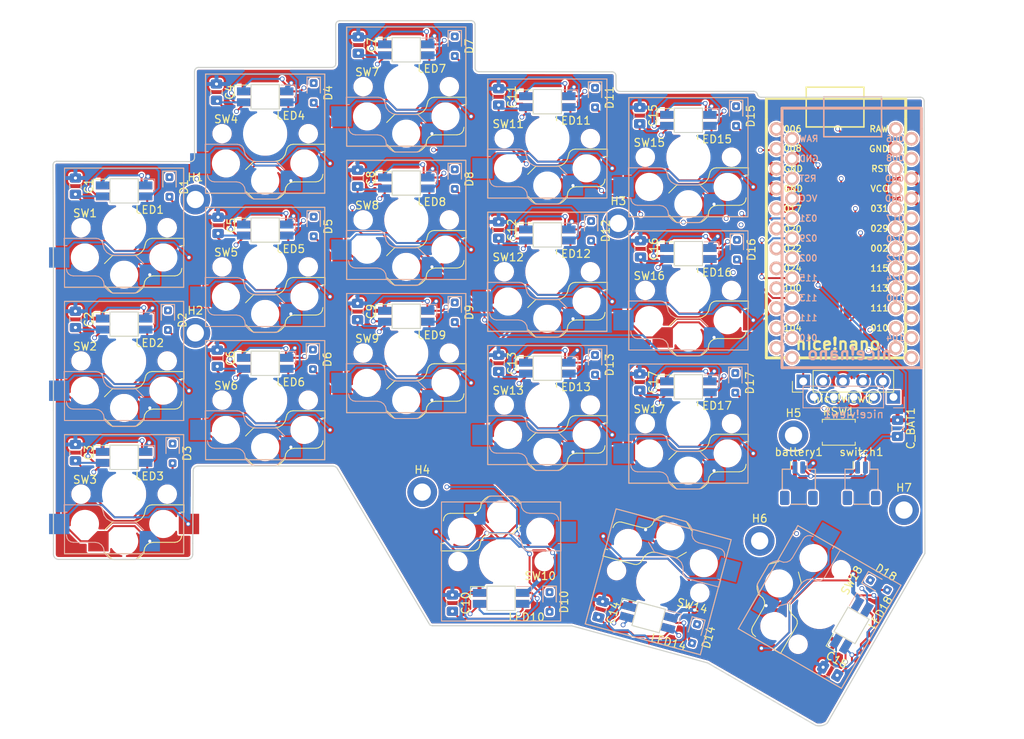
<source format=kicad_pcb>
(kicad_pcb (version 20241229) (generator "pcbnew") (generator_version "9.0")
  (title_block (title "Corne Light") (date "2018-12-26") (rev "2.1") (company "foostan") (comment 4 "AISLER Project ID: TMWKXESL"))
  (layers (0 "F.Cu" signal) (4 "In1.Cu" signal) (6 "In2.Cu" signal) (2 "B.Cu" signal) (13 "F.Paste" user) (15 "B.Paste" user) (5 "F.SilkS" user "F.Silkscreen") (7 "B.SilkS" user "B.Silkscreen") (1 "F.Mask" user) (3 "B.Mask" user) (25 "Edge.Cuts" user))
  (net 0 "")
  (net 1 "row0")
  (net 2 "row1")
  (net 3 "row2")
  (net 4 "row3")
  (net 5 "GND")
  (net 6 "VCC")
  (net 7 "col0")
  (net 8 "col1")
  (net 9 "col2")
  (net 10 "col3")
  (net 11 "col4")
  (net 12 "LED")
  (net 13 "reset")
  (net 14 "BAT_switch")
  (net 15 "Net-(D1-A)")
  (net 16 "Net-(D7-A)")
  (net 17 "Net-(D13-A)")
  (net 18 "Net-(LED1-DOUT)")
  (net 19 "Net-(LED2-DOUT)")
  (net 20 "Net-(LED3-DOUT)")
  (net 21 "Net-(LED4-DOUT)")
  (net 22 "Net-(LED10-DOUT)")
  (net 23 "Net-(LED10-DIN)")
  (net 24 "Net-(LED11-DOUT)")
  (net 25 "Net-(LED12-DOUT)")
  (net 26 "Net-(LED13-DOUT)")
  (net 27 "Net-(LED16-DOUT)")
  (net 28 "BAT")
  (net 29 "Net-(D2-A)")
  (net 30 "Net-(D3-A)")
  (net 31 "Net-(D4-A)")
  (net 32 "Net-(D5-A)")
  (net 33 "Net-(D6-A)")
  (net 34 "Net-(D8-A)")
  (net 35 "Net-(D9-A)")
  (net 36 "Net-(D10-A)")
  (net 37 "Net-(D11-A)")
  (net 38 "Net-(D12-A)")
  (net 39 "Net-(D14-A)")
  (net 40 "Net-(D15-A)")
  (net 41 "Net-(D16-A)")
  (net 42 "Net-(D17-A)")
  (net 43 "Net-(D18-A)")
  (net 44 "nice!view_MOSI")
  (net 45 "unconnected-(U1-P1.04-Pad11)")
  (net 46 "nice!view_CS")
  (net 47 "unconnected-(U1-P1.06-Pad12)")
  (net 48 "nice!view_CSL")
  (net 49 "unconnected-(U1-P1.11-Pad15)")
  (net 50 "unconnected-(U1-NFC2{slash}P0.10-Pad14)")
  (net 51 "unconnected-(U1-NFC1{slash}P0.09-Pad13)")
  (net 52 "Net-(LED1-VDD)")
  (net 53 "Net-(LED2-VDD)")
  (net 54 "Net-(LED3-VDD)")
  (net 55 "Net-(LED4-VDD)")
  (net 56 "Net-(LED5-VDD)")
  (net 57 "Net-(LED6-VDD)")
  (net 58 "Net-(LED7-VDD)")
  (net 59 "Net-(LED8-VDD)")
  (net 60 "Net-(LED9-VDD)")
  (net 61 "Net-(LED10-VDD)")
  (net 62 "Net-(LED11-VDD)")
  (net 63 "Net-(LED12-VDD)")
  (net 64 "Net-(LED13-VDD)")
  (net 65 "Net-(LED14-VDD)")
  (net 66 "Net-(LED15-VDD)")
  (net 67 "Net-(LED16-VDD)")
  (net 68 "Net-(LED17-VDD)")
  (net 69 "Net-(LED18-VDD)")
  (net 70 "Net-(LED5-DOUT)")
  (net 71 "Net-(LED6-DOUT)")
  (net 72 "Net-(LED7-DOUT)")
  (net 73 "Net-(LED8-DOUT)")
  (net 74 "Net-(LED14-DOUT)")
  (net 75 "Net-(LED15-DOUT)")
  (net 76 "Net-(LED17-DOUT)")
  (net 77 "unconnected-(LED18-DOUT-Pad1)")
  (footprint "chocofi:SW_Hotswap_Kailh_Choc_V1V2_Plated" (layer "F.Cu") (at 139.91 59.02)
    (property "Reference" "SW11")
    (property "Value" "SW_PUSH")
  )
  (footprint "MountingHole:MountingHole_2.2mm_M2_DIN965_Pad" (layer "F.Cu") (at 148.971 69.85)
    (property "Reference" "H3")
    (property "Value" "MountingHole")
  )
  (footprint "chocofi:D_SOD-323_HandSoldering" (layer "F.Cu") (at 164 56.15 -90)
    (property "Reference" "D15")
    (property "Value" "D")
  )
  (footprint "chocofi:SW_Hotswap_Kailh_Choc_V1V2_Plated" (layer "F.Cu") (at 103.91 92.4)
    (property "Reference" "SW6")
    (property "Value" "SW_PUSH")
  )
  (footprint "chocofi:JST_SH_SM02B-SRSS-TB_1x02-1MP_P1.00mm_Horizontal" (layer "F.Cu") (at 172 103)
    (property "Reference" "battery1")
    (property "Value" "Conn_01x02_Pin")
  )
  (footprint "chocofi:PinHeader_1x05_P2.54mm_Vertical" (layer "F.Cu") (at 172.56 90 90)
    (property "Reference" "nice!view1")
    (property "Value" "Conn_01x05_MountingPin")
  )
  (footprint "chocofi:D_SOD-323_HandSoldering" (layer "F.Cu") (at 128.1 81.2 -90)
    (property "Reference" "D9")
    (property "Value" "D")
  )
  (footprint "chocofi:D_SOD-323_HandSoldering" (layer "F.Cu") (at 92.1 99.2 -90)
    (property "Reference" "D3")
    (property "Value" "D")
  )
  (footprint "MountingHole:MountingHole_2.2mm_M2_DIN965_Pad" (layer "F.Cu") (at 185.42 106.426)
    (property "Reference" "H7")
    (property "Value" "MountingHole")
  )
  (footprint "chocofi:D_SOD-323_HandSoldering" (layer "F.Cu") (at 182.2 116 -30)
    (property "Reference" "D18")
    (property "Value" "D")
  )
  (footprint "chocofi:C_0805_2012Metric_Pad1.18x1.45mm_HandSolder" (layer "F.Cu") (at 151.7 90.1 -90)
    (property "Reference" "C17")
    (property "Value" "Cap100nf")
  )
  (footprint "chocofi:C_0805_2012Metric_Pad1.18x1.45mm_HandSolder" (layer "F.Cu") (at 97.9 70.1 -90)
    (property "Reference" "C5")
    (property "Value" "Cap100nf")
  )
  (footprint "chocofi:YS-SK6812MINI-E" (layer "F.Cu") (at 103.91 53.7)
    (property "Reference" "LED4")
    (property "Value" "SK6812MINI")
    (fp_line (start -1.8 -1.55) (end -1.8 1.55) (stroke (width 0.12)) (layer "Edge.Cuts"))
    (fp_line (start -1.8 1.55) (end 1.8 1.55) (stroke (width 0.12)) (layer "Edge.Cuts"))
    (fp_line (start 1.8 -1.55) (end -1.8 -1.55) (stroke (width 0.12)) (layer "Edge.Cuts"))
    (fp_line (start 1.8 1.55) (end 1.8 -1.55) (stroke (width 0.12)) (layer "Edge.Cuts"))
  )
  (footprint "chocofi:YS-SK6812MINI-E" (layer "F.Cu") (at 134.01 117.69)
    (property "Reference" "LED10")
    (property "Value" "SK6812MINI")
    (fp_line (start -1.8 -1.55) (end -1.8 1.55) (stroke (width 0.12)) (layer "Edge.Cuts"))
    (fp_line (start -1.8 1.55) (end 1.8 1.55) (stroke (width 0.12)) (layer "Edge.Cuts"))
    (fp_line (start 1.8 -1.55) (end -1.8 -1.55) (stroke (width 0.12)) (layer "Edge.Cuts"))
    (fp_line (start 1.8 1.55) (end 1.8 -1.55) (stroke (width 0.12)) (layer "Edge.Cuts"))
  )
  (footprint "chocofi:D_SOD-323_HandSoldering" (layer "F.Cu") (at 146 53.8 -90)
    (property "Reference" "D11")
    (property "Value" "D")
  )
  (footprint "chocofi:YS-SK6812MINI-E" (layer "F.Cu") (at 121.91 64.7)
    (property "Reference" "LED8")
    (property "Value" "SK6812MINI")
    (fp_line (start -1.8 -1.55) (end -1.8 1.55) (stroke (width 0.12)) (layer "Edge.Cuts"))
    (fp_line (start -1.8 1.55) (end 1.8 1.55) (stroke (width 0.12)) (layer "Edge.Cuts"))
    (fp_line (start 1.8 -1.55) (end -1.8 -1.55) (stroke (width 0.12)) (layer "Edge.Cuts"))
    (fp_line (start 1.8 1.55) (end 1.8 -1.55) (stroke (width 0.12)) (layer "Edge.Cuts"))
  )
  (footprint "chocofi:SW_Hotswap_Kailh_Choc_V1V2_Plated" (layer "F.Cu") (at 154.06 115.58 165)
    (property "Reference" "SW14")
    (property "Value" "SW_PUSH")
  )
  (footprint "chocofi:YS-SK6812MINI-E" (layer "F.Cu") (at 103.91 70.7)
    (property "Reference" "LED5")
    (property "Value" "SK6812MINI")
    (fp_line (start -1.8 -1.55) (end -1.8 1.55) (stroke (width 0.12)) (layer "Edge.Cuts"))
    (fp_line (start -1.8 1.55) (end 1.8 1.55) (stroke (width 0.12)) (layer "Edge.Cuts"))
    (fp_line (start 1.8 -1.55) (end -1.8 -1.55) (stroke (width 0.12)) (layer "Edge.Cuts"))
    (fp_line (start 1.8 1.55) (end 1.8 -1.55) (stroke (width 0.12)) (layer "Edge.Cuts"))
  )
  (footprint "MountingHole:MountingHole_2.2mm_M2_DIN965_Pad" (layer "F.Cu") (at 123.952 104.14)
    (property "Reference" "H4")
    (property "Value" "MountingHole")
  )
  (footprint "chocofi:C_0805_2012Metric_Pad1.18x1.45mm_HandSolder" (layer "F.Cu") (at 79.7 65.1 -90)
    (property "Reference" "C1")
    (property "Value" "Cap100nf")
  )
  (footprint "chocofi:C_0805_2012Metric_Pad1.18x1.45mm_HandSolder" (layer "F.Cu") (at 79.7 82.1 -90)
    (property "Reference" "C2")
    (property "Value" "Cap100nf")
  )
  (footprint "chocofi:D_SOD-323_HandSoldering" (layer "F.Cu") (at 91.7 65.2 -90)
    (property "Reference" "D1")
    (property "Value" "D")
  )
  (footprint "chocofi:C_0805_2012Metric_Pad1.18x1.45mm_HandSolder" (layer "F.Cu") (at 133.7 70.7 -90)
    (property "Reference" "C12")
    (property "Value" "Cap100nf")
  )
  (footprint "chocofi:YS-SK6812MINI-E" (layer "F.Cu") (at 157.91 90.7)
    (property "Reference" "LED17")
    (property "Value" "SK6812MINI")
    (fp_line (start -1.8 -1.55) (end -1.8 1.55) (stroke (width 0.12)) (layer "Edge.Cuts"))
    (fp_line (start -1.8 1.55) (end 1.8 1.55) (stroke (width 0.12)) (layer "Edge.Cuts"))
    (fp_line (start 1.8 -1.55) (end -1.8 -1.55) (stroke (width 0.12)) (layer "Edge.Cuts"))
    (fp_line (start 1.8 1.55) (end 1.8 -1.55) (stroke (width 0.12)) (layer "Edge.Cuts"))
  )
  (footprint "chocofi:SW_Hotswap_Kailh_Choc_V1V2_Plated" (layer "F.Cu") (at 134.01 112.99 180)
    (property "Reference" "SW10")
    (property "Value" "SW_PUSH")
  )
  (footprint "chocofi:YS-SK6812MINI-E" (layer "F.Cu") (at 152.844877 120.1221 -15)
    (property "Reference" "LED14")
    (property "Value" "SK6812MINI")
    (fp_line (start -1.8 1.55) (end 1.8 1.55) (stroke (width 0.12)) (layer "Edge.Cuts"))
    (fp_line (start -1.8 -1.55) (end -1.8 1.55) (stroke (width 0.12)) (layer "Edge.Cuts"))
    (fp_line (start 1.8 1.55) (end 1.8 -1.55) (stroke (width 0.12)) (layer "Edge.Cuts"))
    (fp_line (start 1.8 -1.55) (end -1.8 -1.55) (stroke (width 0.12)) (layer "Edge.Cuts"))
  )
  (footprint "chocofi:C_0805_2012Metric_Pad1.18x1.45mm_HandSolder" (layer "F.Cu") (at 133.7 53.7 -90)
    (property "Reference" "C11")
    (property "Value" "Cap100nf")
  )
  (footprint "MountingHole:MountingHole_2.2mm_M2_DIN965_Pad" (layer "F.Cu") (at 167.005 110.363)
    (property "Reference" "H6")
    (property "Value" "MountingHole")
  )
  (footprint "MountingHole:MountingHole_2.2mm_M2_DIN965_Pad" (layer "F.Cu") (at 171.323 96.901)
    (property "Reference" "H5")
    (property "Value" "MountingHole")
  )
  (footprint "chocofi:nice_nano" (layer "F.Cu") (at 176.75 71.77 -90)
    (property "Reference" "U1" (hide yes))
    (property "Value" "nice_nano" (hide yes))
  )
  (footprint "chocofi:D_SOD-323_HandSoldering" (layer "F.Cu") (at 140.2 118.15 -90)
    (property "Reference" "D10")
    (property "Value" "D")
  )
  (footprint "chocofi:SW_Hotswap_Kailh_Choc_V1V2_Plated" (layer "F.Cu") (at 139.91 93.025)
    (property "Reference" "SW13")
    (property "Value" "SW_PUSH")
  )
  (footprint "chocofi:YS-SK6812MINI-E" (layer "F.Cu") (at 121.91 81.7)
    (property "Reference" "LED9")
    (property "Value" "SK6812MINI")
    (fp_line (start -1.8 -1.55) (end -1.8 1.55) (stroke (width 0.12)) (layer "Edge.Cuts"))
    (fp_line (start -1.8 1.55) (end 1.8 1.55) (stroke (width 0.12)) (layer "Edge.Cuts"))
    (fp_line (start 1.8 -1.55) (end -1.8 -1.55) (stroke (width 0.12)) (layer "Edge.Cuts"))
    (fp_line (start 1.8 1.55) (end 1.8 -1.55) (stroke (width 0.12)) (layer "Edge.Cuts"))
  )
  (footprint "chocofi:D_SOD-323_HandSoldering" (layer "F.Cu") (at 110.1 70.25 -90)
    (property "Reference" "D5")
    (property "Value" "D")
  )
  (footprint "chocofi:SW_Hotswap_Kailh_Choc_V1V2_Plated" (layer "F.Cu") (at 157.91 78.4)
    (property "Reference" "SW16")
    (property "Value" "SW_PUSH")
  )
  (footprint "chocofi:YS-SK6812MINI-E" (layer "F.Cu") (at 85.91 65.7)
    (property "Reference" "LED1")
    (property "Value" "SK6812MINI")
    (fp_line (start -1.8 -1.55) (end -1.8 1.55) (stroke (width 0.12)) (layer "Edge.Cuts"))
    (fp_line (start -1.8 1.55) (end 1.8 1.55) (stroke (width 0.12)) (layer "Edge.Cuts"))
    (fp_line (start 1.8 -1.55) (end -1.8 -1.55) (stroke (width 0.12)) (layer "Edge.Cuts"))
    (fp_line (start 1.8 1.55) (end 1.8 -1.55) (stroke (width 0.12)) (layer "Edge.Cuts"))
  )
  (footprint "chocofi:YS-SK6812MINI-E" (layer "F.Cu") (at 139.91 71.32)
    (property "Reference" "LED12")
    (property "Value" "SK6812MINI")
    (fp_line (start -1.8 -1.55) (end -1.8 1.55) (stroke (width 0.12)) (layer "Edge.Cuts"))
    (fp_line (start -1.8 1.55) (end 1.8 1.55) (stroke (width 0.12)) (layer "Edge.Cuts"))
    (fp_line (start 1.8 -1.55) (end -1.8 -1.55) (stroke (width 0.12)) (layer "Edge.Cuts"))
    (fp_line (start 1.8 1.55) (end 1.8 -1.55) (stroke (width 0.12)) (layer "Edge.Cuts"))
  )
  (footprint "chocofi:C_0805_2012Metric_Pad1.18x1.45mm_HandSolder" (layer "F.Cu") (at 97.7 53.1 -90)
    (property "Reference" "C4")
    (property "Value" "Cap100nf")
  )
  (footprint "chocofi:D_SOD-323_HandSoldering" (layer "F.Cu") (at 164.1 73.2 -90)
    (property "Reference" "D16")
    (property "Value" "D")
  )
  (footprint "chocofi:SW_Hotswap_Kailh_Choc_V1V2_Plated" (layer "F.Cu") (at 85.91 70.4)
    (property "Reference" "SW1")
    (property "Value" "SW_PUSH")
  )
  (footprint "chocofi:YS-SK6812MINI-E" (layer "F.Cu") (at 139.91 88.32)
    (property "Reference" "LED13")
    (property "Value" "SK6812MINI")
    (fp_line (start -1.8 -1.55) (end -1.8 1.55) (stroke (width 0.12)) (layer "Edge.Cuts"))
    (fp_line (start -1.8 1.55) (end 1.8 1.55) (stroke (width 0.12)) (layer "Edge.Cuts"))
    (fp_line (start 1.8 -1.55) (end -1.8 -1.55) (stroke (width 0.12)) (layer "Edge.Cuts"))
    (fp_line (start 1.8 1.55) (end 1.8 -1.55) (stroke (width 0.12)) (layer "Edge.Cuts"))
  )
  (footprint "chocofi:SW_Hotswap_Kailh_Choc_V1V2_Plated" (layer "F.Cu") (at 121.91 52.4)
    (property "Reference" "SW7")
    (property "Value" "SW_PUSH")
  )
  (footprint "chocofi:C_0805_2012Metric_Pad1.18x1.45mm_HandSolder" (layer "F.Cu") (at 97.8 87.0625 -90)
    (property "Reference" "C6")
    (property "Value" "Cap100nf")
  )
  (footprint "chocofi:SW_Hotswap_Kailh_Choc_V1V2_Plated" (layer "F.Cu") (at 85.91 87.4)
    (property "Reference" "SW2")
    (property "Value" "SW_PUSH")
  )
  (footprint "chocofi:C_0805_2012Metric_Pad1.18x1.45mm_HandSolder" (layer "F.Cu") (at 79.7 99.1 -90)
    (property "Reference" "C3")
    (property "Value" "Cap100nf")
  )
  (footprint "chocofi:SW_Hotswap_Kailh_Choc_V1V2_Plated" (layer "F.Cu") (at 121.91 86.4)
    (property "Reference" "SW9")
    (property "Value" "SW_PUSH")
  )
  (footprint "chocofi:C_0805_2012Metric_Pad1.18x1.45mm_HandSolder" (layer "F.Cu") (at 115.7 81.1 -90)
    (property "Reference" "C9")
    (property "Value" "Cap100nf")
  )
  (footprint "chocofi:SW_Hotswap_Kailh_Choc_V1V2_Plated" (layer "F.Cu") (at 103.91 75.4)
    (property "Reference" "SW5")
    (property "Value" "SW_PUSH")
  )
  (footprint "chocofi:YS-SK6812MINI-E" (layer "F.Cu") (at 139.91 54.32)
    (property "Reference" "LED11")
    (property "Value" "SK6812MINI")
    (fp_line (start -1.8 -1.55) (end -1.8 1.55) (stroke (width 0.12)) (layer "Edge.Cuts"))
    (fp_line (start -1.8 1.55) (end 1.8 1.55) (stroke (width 0.12)) (layer "Edge.Cuts"))
    (fp_line (start 1.8 -1.55) (end -1.8 -1.55) (stroke (width 0.12)) (layer "Edge.Cuts"))
    (fp_line (start 1.8 1.55) (end 1.8 -1.55) (stroke (width 0.12)) (layer "Edge.Cuts"))
  )
  (footprint "chocofi:D_SOD-323_HandSoldering" (layer "F.Cu") (at 110.1 53.2 -90)
    (property "Reference" "D4")
    (property "Value" "D")
  )
  (footprint "chocofi:D_SOD-323_HandSoldering" (layer "F.Cu") (at 163.9 90.2 -90)
    (property "Reference" "D17")
    (property "Value" "D")
  )
  (footprint "chocofi:D_SOD-323_HandSoldering" (layer "F.Cu") (at 128.1 64.2 -90)
    (property "Reference" "D8")
    (property "Value" "D")
  )
  (footprint "chocofi:YS-SK6812MINI-E" (layer "F.Cu") (at 121.91 47.7)
    (property "Reference" "LED7")
    (property "Value" "SK6812MINI")
    (fp_line (start -1.8 -1.55) (end -1.8 1.55) (stroke (width 0.12)) (layer "Edge.Cuts"))
    (fp_line (start -1.8 1.55) (end 1.8 1.55) (stroke (width 0.12)) (layer "Edge.Cuts"))
    (fp_line (start 1.8 -1.55) (end -1.8 -1.55) (stroke (width 0.12)) (layer "Edge.Cuts"))
    (fp_line (start 1.8 1.55) (end 1.8 -1.55) (stroke (width 0.12)) (layer "Edge.Cuts"))
  )
  (footprint "chocofi:YS-SK6812MINI-E" (layer "F.Cu") (at 157.91 56.7)
    (property "Reference" "LED15")
    (property "Value" "SK6812MINI")
    (fp_line (start -1.8 -1.55) (end -1.8 1.55) (stroke (width 0.12)) (layer "Edge.Cuts"))
    (fp_line (start -1.8 1.55) (end 1.8 1.55) (stroke (width 0.12)) (layer "Edge.Cuts"))
    (fp_line (start 1.8 -1.55) (end -1.8 -1.55) (stroke (width 0.12)) (layer "Edge.Cuts"))
    (fp_line (start 1.8 1.55) (end 1.8 -1.55) (stroke (width 0.12)) (layer "Edge.Cuts"))
  )
  (footprint "chocofi:SW_Hotswap_Kailh_Choc_V1V2_Plated" (layer "F.Cu") (at 157.91 61.4)
    (property "Reference" "SW15")
    (property "Value" "SW_PUSH")
  )
  (footprint "chocofi:SW_Hotswap_Kailh_Choc_V1V2_Plated" (layer "F.Cu") (at 174.66 118.79 -120)
    (property "Reference" "SW18")
    (property "Value" "SW_PUSH")
  )
  (footprint "chocofi:YS-SK6812MINI-E" (layer "F.Cu") (at 103.91 87.7)
    (property "Reference" "LED6")
    (property "Value" "SK6812MINI")
    (fp_line (start -1.8 -1.55) (end -1.8 1.55) (stroke (width 0.12)) (layer "Edge.Cuts"))
    (fp_line (start -1.8 1.55) (end 1.8 1.55) (stroke (width 0.12)) (layer "Edge.Cuts"))
    (fp_line (start 1.8 -1.55) (end -1.8 -1.55) (stroke (width 0.12)) (layer "Edge.Cuts"))
    (fp_line (start 1.8 1.55) (end 1.8 -1.55) (stroke (width 0.12)) (layer "Edge.Cuts"))
  )
  (footprint "chocofi:YS-SK6812MINI-E" (layer "F.Cu") (at 85.91 82.7)
    (property "Reference" "LED2")
    (property "Value" "SK6812MINI")
    (fp_line (start -1.8 -1.55) (end -1.8 1.55) (stroke (width 0.12)) (layer "Edge.Cuts"))
    (fp_line (start -1.8 1.55) (end 1.8 1.55) (stroke (width 0.12)) (layer "Edge.Cuts"))
    (fp_line (start 1.8 -1.55) (end -1.8 -1.55) (stroke (width 0.12)) (layer "Edge.Cuts"))
    (fp_line (start 1.8 1.55) (end 1.8 -1.55) (stroke (width 0.12)) (layer "Edge.Cuts"))
  )
  (footprint "chocofi:D_SOD-323_HandSoldering" (layer "F.Cu") (at 158.7 122.2 -105)
    (property "Reference" "D14")
    (property "Value" "D")
  )
  (footprint "chocofi:D_SOD-323_HandSoldering" (layer "F.Cu") (at 146 87.9 -90)
    (property "Reference" "D13")
    (property "Value" "D")
  )
  (footprint "chocofi:D_SOD-323_HandSoldering" (layer "F.Cu") (at 128.1 47.25 -90)
    (property "Reference" "D7")
    (property "Value" "D")
  )
  (footprint "chocofi:C_0805_2012Metric_Pad1.18x1.45mm_HandSolder" (layer "F.Cu") (at 151.7 56.1 -90)
    (property "Reference" "C15")
    (property "Value" "Cap100nf")
  )
  (footprint "chocofi:JST_SH_SM02B-SRSS-TB_1x02-1MP_P1.00mm_Horizontal" (layer "F.Cu") (at 180 103)
    (property "Reference" "switch1")
    (property "Value" "Conn_01x02_Pin")
  )
  (footprint "chocofi:SW_Hotswap_Kailh_Choc_V1V2_Plated" (layer "F.Cu") (at 139.91 76.02)
    (property "Reference" "SW12")
    (property "Value" "SW_PUSH")
  )
  (footprint "chocofi:C_0805_2012Metric_Pad1.18x1.45mm_HandSolder" (layer "F.Cu") (at 151.8 73.1 -90)
    (property "Reference" "C16")
    (property "Value" "Cap100nf")
  )
  (footprint "MountingHole:MountingHole_2.2mm_M2_DIN965_Pad" (layer "F.Cu") (at 95 83.82)
    (property "Reference" "H2")
    (property "Value" "MountingHole")
  )
  (footprint "MountingHole:MountingHole_2.2mm_M2_DIN965_Pad" (layer "F.Cu") (at 95 66.802)
    (property "Reference" "H1")
    (property "Value" "MountingHole")
  )
  (footprint "chocofi:D_SOD-323_HandSoldering" (layer "F.Cu") (at 91.5 82.2 -90)
    (property "Reference" "D2")
    (property "Value" "D")
  )
  (footprint "chocofi:D_SOD-323_HandSoldering" (layer "F.Cu") (at 110 87.2 -90)
    (property "Reference" "D6")
    (property "Value" "D")
  )
  (footprint "chocofi:YS-SK6812MINI-E" (layer "F.Cu") (at 85.91 99.7)
    (property "Reference" "LED3")
    (property "Value" "SK6812MINI")
    (fp_line (start -1.8 -1.55) (end -1.8 1.55) (stroke (width 0.12)) (layer "Edge.Cuts"))
    (fp_line (start -1.8 1.55) (end 1.8 1.55) (stroke (width 0.12)) (layer "Edge.Cuts"))
    (fp_line (start 1.8 -1.55) (end -1.8 -1.55) (stroke (width 0.12)) (layer "Edge.Cuts"))
    (fp_line (start 1.8 1.55) (end 1.8 -1.55) (stroke (width 0.12)) (layer "Edge.Cuts"))
  )
  (footprint "chocofi:C_0805_2012Metric_Pad1.18x1.45mm_HandSolder" (layer "F.Cu") (at 184.6 96 -90)
    (property "Reference" "C_BAT1")
    (property "Value" "Cap100nf")
  )
  (footprint "chocofi:YS-SK6812MINI-E" (layer "F.Cu") (at 157.91 73.7)
    (property "Reference" "LED16")
    (property "Value" "SK6812MINI")
    (fp_line (start -1.8 -1.55) (end -1.8 1.55) (stroke (width 0.12)) (layer "Edge.Cuts"))
    (fp_line (start -1.8 1.55) (end 1.8 1.55) (stroke (width 0.12)) (layer "Edge.Cuts"))
    (fp_line (start 1.8 -1.55) (end -1.8 -1.55) (stroke (width 0.12)) (layer "Edge.Cuts"))
    (fp_line (start 1.8 1.55) (end 1.8 -1.55) (stroke (width 0.12)) (layer "Edge.Cuts"))
  )
  (footprint "chocofi:D_SOD-323_HandSoldering" (layer "F.Cu") (at 145.5 70.8 -90)
    (property "Reference" "D12")
    (property "Value" "D")
  )
  (footprint "chocofi:C_0805_2012Metric_Pad1.18x1.45mm_HandSolder" (layer "F.Cu") (at 115.8 47.1 -90)
    (property "Reference" "C7")
    (property "Value" "Cap100nf")
  )
  (footprint "chocofi:C_0805_2012Metric_Pad1.18x1.45mm_HandSolder" (layer "F.Cu") (at 115.7 64.1 -90)
    (property "Reference" "C8")
    (property "Value" "Cap100nf")
  )
  (footprint "chocofi:SW_Hotswap_Kailh_Choc_V1V2_Plated" (layer "F.Cu") (at 103.91 58.4)
    (property "Reference" "SW4")
    (property "Value" "SW_PUSH")
  )
  (footprint "chocofi:YS-SK6812MINI-E" (layer "F.Cu") (at 178.73 121.14 60)
    (property "Reference" "LED18")
    (property "Value" "SK6812MINI")
    (fp_line (start -1.8 -1.55) (end -1.8 1.55) (stroke (width 0.12)) (layer "Edge.Cuts"))
    (fp_line (start 1.8 -1.55) (end -1.8 -1.55) (stroke (width 0.12)) (layer "Edge.Cuts"))
    (fp_line (start -1.8 1.55) (end 1.8 1.55) (stroke (width 0.12)) (layer "Edge.Cuts"))
    (fp_line (start 1.8 1.55) (end 1.8 -1.55) (stroke (width 0.12)) (layer "Edge.Cuts"))
  )
  (footprint "chocofi:C_0805_2012Metric_Pad1.18x1.45mm_HandSolder" (layer "F.Cu") (at 176 127 -30)
    (property "Reference" "C18")
    (property "Value" "Cap100nf")
  )
  (footprint "chocofi:SW_Hotswap_Kailh_Choc_V1V2_Plated" (layer "F.Cu") (at 85.91 104.4)
    (property "Reference" "SW3")
    (property "Value" "SW_PUSH")
  )
  (footprint "chocofi:C_0805_2012Metric_Pad1.18x1.45mm_HandSolder" (layer "F.Cu") (at 133.7 87.7 -90)
    (property "Reference" "C13")
    (property "Value" "Cap100nf")
  )
  (footprint "chocofi:C_0805_2012Metric_Pad1.18x1.45mm_HandSolder" (layer "F.Cu") (at 127.8 118.3 -90)
    (property "Reference" "C10")
    (property "Value" "Cap100nf")
  )
  (footprint "chocofi:SW_Hotswap_Kailh_Choc_V1V2_Plated" (layer "F.Cu") (at 157.91 95.4)
    (property "Reference" "SW17")
    (property "Value" "SW_PUSH")
  )
  (footprint "Button_Switch_SMD:SW_SPST_TS-1088-xR020" (layer "F.Cu") (at 177.1 96.5)
    (property "Reference" "RSW1")
    (property "Value" "SW_PUSH")
  )
  (footprint "chocofi:C_0805_2012Metric_Pad1.18x1.45mm_HandSolder" (layer "F.Cu") (at 146.7 119.1 -105)
    (property "Reference" "C14")
    (property "Value" "Cap100nf")
  )
  (footprint "chocofi:SW_Hotswap_Kailh_Choc_V1V2_Plated" (layer "F.Cu") (at 121.91 69.4)
    (property "Reference" "SW8")
    (property "Value" "SW_PUSH")
  )
  (footprint "chocofi:nice_nano" (layer "B.Cu") (at 178.75 73.02 -90)
    (property "Reference" "U1" (hide yes))
    (property "Value" "nice_nano" (hide yes))
  )
  (footprint "chocofi:PinHeader_1x05_P2.54mm_Vertical" (layer "B.Cu") (at 184.08 92 90)
    (property "Reference" "nice!view1")
    (property "Value" "Conn_01x05_MountingPin")
  )
  (gr_line (start 112.91 44.494553) (end 112.92712 49.45182) (stroke (width 0.15)) (layer "Edge.Cuts"))
  (gr_arc (start 77.5532 112.721) (mid 77.086227 112.527573) (end 76.8928 112.0606) (stroke (width 0.15)) (layer "Edge.Cuts"))
  (gr_line (start 130.19 43.9812) (end 113.41 43.994553) (stroke (width 0.15)) (layer "Edge.Cuts"))
  (gr_line (start 94.395447 61.965847) (end 77.2992 61.921) (stroke (width 0.15)) (layer "Edge.Cuts"))
  (gr_arc (start 166.240498 53) (mid 166.556734 53.112708) (end 166.7304 53.40002) (stroke (width 0.15)) (layer "Edge.Cuts"))
  (gr_arc (start 149.1732 53.01402) (mid 148.819647 52.867573) (end 148.6732 52.51402) (stroke (width 0.15)) (layer "Edge.Cuts"))
  (gr_line (start 94.89712 50.45182) (end 94.895447 61.465847) (stroke (width 0.15)) (layer "Edge.Cuts"))
  (gr_arc (start 94.895447 61.465847) (mid 94.749 61.8194) (end 94.395447 61.965847) (stroke (width 0.15)) (layer "Edge.Cuts"))
  (gr_line (start 94.6728 112.0606) (end 94.6728 110.689) (stroke (width 0.15)) (layer "Edge.Cuts"))
  (gr_arc (start 112.91 44.494553) (mid 113.056447 44.141) (end 113.41 43.994553) (stroke (width 0.15)) (layer "Edge.Cuts"))
  (gr_arc (start 125.2544 121.185811) (mid 125.064464 121.151306) (end 124.8988 121.0522) (stroke (width 0.15)) (layer "Edge.Cuts"))
  (gr_line (start 76.8928 112.0606) (end 76.8928 110.689) (stroke (width 0.15)) (layer "Edge.Cuts"))
  (gr_arc (start 167.2104 53.76002) (mid 166.9104 53.66002) (end 166.7304 53.40002) (stroke (width 0.15)) (layer "Edge.Cuts"))
  (gr_line (start 148.1732 50.51402) (end 131.19 50.4984) (stroke (width 0.15)) (layer "Edge.Cuts"))
  (gr_line (start 166.240498 53) (end 149.1732 53.01402) (stroke (width 0.15)) (layer "Edge.Cuts"))
  (gr_line (start 187.5 53.75) (end 167.2104 53.76002) (stroke (width 0.15)) (layer "Edge.Cuts"))
  (gr_arc (start 112.5036 100.807652) (mid 112.90279 100.925057) (end 113.174857 101.239883) (stroke (width 0.15)) (layer "Edge.Cuts"))
  (gr_arc (start 76.842 62.3782) (mid 76.975911 62.054911) (end 77.2992 61.921) (stroke (width 0.15)) (layer "Edge.Cuts"))
  (gr_line (start 175.648 133.5998) (end 188.094 111.959) (stroke (width 0.15)) (layer "Edge.Cuts"))
  (gr_arc (start 112.92712 49.45182) (mid 112.780673 49.805373) (end 112.42712 49.95182) (stroke (width 0.15)) (layer "Edge.Cuts"))
  (gr_line (start 112.42712 49.95182) (end 95.39712 49.95182) (stroke (width 0.15)) (layer "Edge.Cuts"))
  (gr_line (start 148.6732 52.51402) (end 148.6732 51.01402) (stroke (width 0.15)) (layer "Edge.Cuts"))
  (gr_line (start 143.0344 121.2046) (end 160.3572 125.929) (stroke (width 0.15)) (layer "Edge.Cuts"))
  (gr_arc (start 175.648 133.5998) (mid 174.944863 133.929494) (end 174.168668 133.904599) (stroke (width 0.15)) (layer "Edge.Cuts"))
  (gr_line (start 76.8928 93.7218) (end 76.8928 110.689) (stroke (width 0.15)) (layer "Edge.Cuts"))
  (gr_arc (start 131.19 50.4984) (mid 130.836447 50.351953) (end 130.69 49.9984) (stroke (width 0.15)) (layer "Edge.Cuts"))
  (gr_arc (start 148.1732 50.51402) (mid 148.526753 50.660467) (end 148.6732 51.01402) (stroke (width 0.15)) (layer "Edge.Cuts"))
  (gr_line (start 160.3572 125.929) (end 174.168668 133.9046) (stroke (width 0.15)) (layer "Edge.Cuts"))
  (gr_line (start 113.174857 101.239883) (end 124.8988 121.0522) (stroke (width 0.15)) (layer "Edge.Cuts"))
  (gr_line (start 130.69 49.9984) (end 130.69 44.4812) (stroke (width 0.15)) (layer "Edge.Cuts"))
  (gr_arc (start 94.6728 112.0606) (mid 94.479373 112.527573) (end 94.0124 112.721) (stroke (width 0.15)) (layer "Edge.Cuts"))
  (gr_line (start 94.6728 110.689) (end 94.7236 101.417252) (stroke (width 0.15)) (layer "Edge.Cuts"))
  (gr_line (start 125.2544 121.185811) (end 143.0344 121.2046) (stroke (width 0.15)) (layer "Edge.Cuts"))
  (gr_line (start 76.842 62.3782) (end 76.8928 76.653) (stroke (width 0.15)) (layer "Edge.Cuts"))
  (gr_line (start 188 54.25) (end 188.094 111.959) (stroke (width 0.15)) (layer "Edge.Cuts"))
  (gr_arc (start 94.89712 50.45182) (mid 95.043567 50.098267) (end 95.39712 49.95182) (stroke (width 0.15)) (layer "Edge.Cuts"))
  (gr_arc (start 94.7236 101.417252) (mid 94.902148 100.9862) (end 95.3332 100.807652) (stroke (width 0.15)) (layer "Edge.Cuts"))
  (gr_line (start 76.8928 76.653) (end 76.8928 93.7218) (stroke (width 0.15)) (layer "Edge.Cuts"))
  (gr_line (start 95.3332 100.807652) (end 112.5036 100.807652) (stroke (width 0.15)) (layer "Edge.Cuts"))
  (gr_arc (start 130.19 43.9812) (mid 130.543553 44.127647) (end 130.69 44.4812) (stroke (width 0.15)) (layer "Edge.Cuts"))
  (gr_line (start 77.5532 112.721) (end 94.0124 112.721) (stroke (width 0.15)) (layer "Edge.Cuts"))
  (gr_arc (start 187.5 53.75) (mid 187.853553 53.896447) (end 188 54.25) (stroke (width 0.15)) (layer "Edge.Cuts"))
  (via (at 110.1 51.95) (size 0.6) (drill 0.4) (layers "F.Cu" "B.Cu") (net 1))
  (via (at 146 52.55) (size 0.6) (drill 0.4) (layers "F.Cu" "B.Cu") (net 1))
  (via (at 128.1 46) (size 0.6) (drill 0.4) (layers "F.Cu" "B.Cu") (net 1))
  (via (at 91.7 63.95) (size 0.6) (drill 0.4) (layers "F.Cu" "B.Cu") (net 1))
  (via (at 164 54.9) (size 0.6) (drill 0.4) (layers "F.Cu" "B.Cu") (net 1))
  (via (at 164.1 71.95) (size 0.6) (drill 0.4) (layers "F.Cu" "B.Cu") (net 2))
  (via (at 110.1 69) (size 0.6) (drill 0.4) (layers "F.Cu" "B.Cu") (net 2))
  (via (at 128.1 62.95) (size 0.6) (drill 0.4) (layers "F.Cu" "B.Cu") (net 2))
  (via (at 145.5 69.55) (size 0.6) (drill 0.4) (layers "F.Cu" "B.Cu") (net 2))
  (via (at 91.5 80.95) (size 0.6) (drill 0.4) (layers "F.Cu" "B.Cu") (net 2))
  (via (at 128.1 79.95) (size 0.6) (drill 0.4) (layers "F.Cu" "B.Cu") (net 3))
  (via (at 92.1 97.95) (size 0.6) (drill 0.4) (layers "F.Cu" "B.Cu") (net 3))
  (via (at 110 85.95) (size 0.6) (drill 0.4) (layers "F.Cu" "B.Cu") (net 3))
  (via (at 146 86.65) (size 0.6) (drill 0.4) (layers "F.Cu" "B.Cu") (net 3))
  (via (at 163.9 88.95) (size 0.6) (drill 0.4) (layers "F.Cu" "B.Cu") (net 3))
  (via (at 140.2 116.9) (size 0.6) (drill 0.4) (layers "F.Cu" "B.Cu") (net 4))
  (via (at 159.023524 120.992593) (size 0.6) (drill 0.4) (layers "F.Cu" "B.Cu") (net 4))
  (via (at 181.117468 115.375) (size 0.6) (drill 0.4) (layers "F.Cu" "B.Cu") (net 4))
  (via (at 143.72 86.06) (size 0.6) (drill 0.4) (layers "F.Cu" "B.Cu") (net 5))
  (via (at 138.89 115.34) (size 0.6) (drill 0.4) (layers "F.Cu" "B.Cu") (net 5))
  (via (at 160.87 54.9) (size 0.6) (drill 0.4) (layers "F.Cu" "B.Cu") (net 5))
  (via (at 184.6 94.9625) (size 0.6) (drill 0.4) (layers "F.Cu" "B.Cu") (net 5))
  (via (at 107.69 85.76) (size 0.6) (drill 0.4) (layers "F.Cu" "B.Cu") (net 5))
  (via (at 88.954321 63.852907) (size 0.6) (drill 0.4) (layers "F.Cu" "B.Cu") (net 5))
  (via (at 161.65 71.51) (size 0.6) (drill 0.4) (layers "F.Cu" "B.Cu") (net 5))
  (via (at 161.21 88.72) (size 0.6) (drill 0.4) (layers "F.Cu" "B.Cu") (net 5))
  (via (at 143.03 69.62) (size 0.6) (drill 0.4) (layers "F.Cu" "B.Cu") (net 5))
  (via (at 158.7 119.17) (size 0.6) (drill 0.4) (layers "F.Cu" "B.Cu") (net 5))
  (via (at 107.53 68.91) (size 0.6) (drill 0.4) (layers "F.Cu" "B.Cu") (net 5))
  (via (at 107.24 51.93) (size 0.6) (drill 0.4) (layers "F.Cu" "B.Cu") (net 5))
  (via (at 178.94 114.6) (size 0.6) (drill 0.4) (layers "F.Cu" "B.Cu") (net 5))
  (via (at 89.53 80.67) (size 0.6) (drill 0.4) (layers "F.Cu" "B.Cu") (net 5))
  (via (at 89.11 97.84) (size 0.6) (drill 0.4) (layers "F.Cu" "B.Cu") (net 5))
  (via (at 143.31 52.46) (size 0.6) (drill 0.4) (layers "F.Cu" "B.Cu") (net 5))
  (via (at 173.84 100.45) (size 0.6) (drill 0.4) (layers "F.Cu" "B.Cu") (net 5))
  (via (at 125.51 45.92) (size 0.6) (drill 0.4) (layers "F.Cu" "B.Cu") (net 5))
  (via (at 125.72 79.79) (size 0.6) (drill 0.4) (layers "F.Cu" "B.Cu") (net 5))
  (via (at 125.27 62.87) (size 0.6) (drill 0.4) (layers "F.Cu" "B.Cu") (net 5))
  (segment (start 88.66 99) (end 88.66 98.29) (width 0.5) (layer "B.Cu") (net 5))
  (segment (start 178.94 114.6) (end 178.94 116.91) (width 0.5) (layer "B.Cu") (net 5))
  (segment (start 124.66 63.48) (end 125.27 62.87) (width 0.5) (layer "B.Cu") (net 5))
  (segment (start 124.66 47) (end 124.66 46.77) (width 0.5) (layer "B.Cu") (net 5))
  (segment (start 172.5 101) (end 173.29 101) (width 0.5) (layer "B.Cu") (net 5))
  (segment (start 157.12 119.17) (end 156.132296 120.157704) (width 0.5) (layer "B.Cu") (net 5))
  (segment (start 173.29 101) (end 173.84 100.45) (width 0.5) (layer "B.Cu") (net 5))
  (segment (start 88.954321 63.852907) (end 88.954321 63.985679) (width 0.5) (layer "B.Cu") (net 5))
  (segment (start 142.66 87.62) (end 142.66 87.12) (width 0.5) (layer "B.Cu") (net 5))
  (segment (start 106.66 52.51) (end 107.24 51.93) (width 0.5) (layer "B.Cu") (net 5))
  (segment (start 106.66 87) (end 106.66 86.79) (width 0.5) (layer "B.Cu") (net 5))
  (segment (start 136.76 116.99) (end 137.24 116.99) (width 0.5) (layer "B.Cu") (net 5))
  (segment (start 160.66 73) (end 160.66 72.5) (width 0.5) (layer "B.Cu") (net 5))
  (segment (start 124.66 64) (end 124.66 63.48) (width 0.5) (layer "B.Cu") (net 5))
  (segment (start 88.66 64.28) (end 88.66 65) (width 0.5) (layer "B.Cu") (net 5))
  (segment (start 160.66 55.11) (end 160.87 54.9) (width 0.5) (layer "B.Cu") (net 5))
  (segment (start 156.132296 120.157704) (end 155.682346 120.157704) (width 0.5) (layer "B.Cu") (net 5))
  (segment (start 88.66 82) (end 88.66 81.54) (width 0.5) (layer "B.Cu") (net 5))
  (segment (start 142.66 53.62) (end 142.66 53.11) (width 0.5) (layer "B.Cu") (net 5))
  (segment (start 142.66 70.62) (end 142.66 69.99) (width 0.5) (layer "B.Cu") (net 5))
  (segment (start 106.66 70) (end 106.66 69.78) (width 0.5) (layer "B.Cu") (net 5))
  (segment (start 124.66 81) (end 124.66 80.85) (width 0.5) (layer "B.Cu") (net 5))
  (segment (start 137.24 116.99) (end 138.89 115.34) (width 0.5) (layer "B.Cu") (net 5))
  (segment (start 88.954321 63.985679) (end 88.66 64.28) (width 0.5) (layer "B.Cu") (net 5))
  (segment (start 160.66 90) (end 160.66 89.27) (width 0.5) (layer "B.Cu") (net 5))
  (segment (start 124.66 80.85) (end 125.72 79.79) (width 0.5) (layer "B.Cu") (net 5))
  (segment (start 160.66 72.5) (end 161.65 71.51) (width 0.5) (layer "B.Cu") (net 5))
  (segment (start 106.66 86.79) (end 107.69 85.76) (width 0.5) (layer "B.Cu") (net 5))
  (segment (start 106.66 69.78) (end 107.53 68.91) (width 0.5) (layer "B.Cu") (net 5))
  (segment (start 178.94 116.91) (end 179.498782 117.468782) (width 0.5) (layer "B.Cu") (net 5))
  (segment (start 142.66 53.11) (end 143.31 52.46) (width 0.5) (layer "B.Cu") (net 5))
  (segment (start 106.66 53) (end 106.66 52.51) (width 0.5) (layer "B.Cu") (net 5))
  (segment (start 179.498782 117.468782) (end 179.498782 118.40843) (width 0.5) (layer "B.Cu") (net 5))
  (segment (start 142.66 87.12) (end 143.72 86.06) (width 0.5) (layer "B.Cu") (net 5))
  (segment (start 88.66 81.54) (end 89.53 80.67) (width 0.5) (layer "B.Cu") (net 5))
  (segment (start 124.66 46.77) (end 125.51 45.92) (width 0.5) (layer "B.Cu") (net 5))
  (segment (start 160.66 56) (end 160.66 55.11) (width 0.5) (layer "B.Cu") (net 5))
  (segment (start 158.7 119.17) (end 157.12 119.17) (width 0.5) (layer "B.Cu") (net 5))
  (segment (start 142.66 69.99) (end 143.03 69.62) (width 0.5) (layer "B.Cu") (net 5))
  (segment (start 88.66 98.29) (end 89.11 97.84) (width 0.5) (layer "B.Cu") (net 5))
  (segment (start 160.66 89.27) (end 161.21 88.72) (width 0.5) (layer "B.Cu") (net 5))
  (via (at 151.8 72.0625) (size 0.6) (drill 0.4) (layers "F.Cu" "B.Cu") (net 6))
  (via (at 175.101499 126.48125) (size 0.6) (drill 0.4) (layers "F.Cu" "B.Cu") (net 6))
  (via (at 115.7 80.0625) (size 0.6) (drill 0.4) (layers "F.Cu" "B.Cu") (net 6))
  (via (at 151.7 89.0625) (size 0.6) (drill 0.4) (layers "F.Cu" "B.Cu") (net 6))
  (via (at 133.7 86.6625) (size 0.6) (drill 0.4) (layers "F.Cu" "B.Cu") (net 6))
  (via (at 79.7 64.0625) (size 0.6) (drill 0.4) (layers "F.Cu" "B.Cu") (net 6))
  (via (at 79.7 81.0625) (size 0.6) (drill 0.4) (layers "F.Cu" "B.Cu") (net 6))
  (via (at 97.9 69.0625) (size 0.6) (drill 0.4) (layers "F.Cu" "B.Cu") (net 6))
  (via (at 79.7 98.0625) (size 0.6) (drill 0.4) (layers "F.Cu" "B.Cu") (net 6))
  (via (at 127.8 117.2625) (size 0.6) (drill 0.4) (layers "F.Cu" "B.Cu") (net 6))
  (via (at 151.7 55.0625) (size 0.6) (drill 0.4) (layers "F.Cu" "B.Cu") (net 6))
  (via (at 146.968525 118.097852) (size 0.6) (drill 0.4) (layers "F.Cu" "B.Cu") (net 6))
  (via (at 133.7 69.6625) (size 0.6) (drill 0.4) (layers "F.Cu" "B.Cu") (net 6))
  (via (at 97.8 86.025) (size 0.6) (drill 0.4) (layers "F.Cu" "B.Cu") (net 6))
  (via (at 115.8 46.0625) (size 0.6) (drill 0.4) (layers "F.Cu" "B.Cu") (net 6))
  (via (at 115.7 63.0625) (size 0.6) (drill 0.4) (layers "F.Cu" "B.Cu") (net 6))
  (via (at 133.7 52.6625) (size 0.6) (drill 0.4) (layers "F.Cu" "B.Cu") (net 6))
  (via (at 97.7 52.0625) (size 0.6) (drill 0.4) (layers "F.Cu" "B.Cu") (net 6))
  (segment (start 78.08 97.1) (end 78.08 108.093775) (width 0.25) (layer "F.Cu") (net 7))
  (segment (start 82.635 93.4) (end 84.561 91.474) (width 0.25) (layer "F.Cu") (net 7))
  (segment (start 81.02 76.4) (end 77.9 79.52) (width 0.25) (layer "F.Cu") (net 7))
  (segment (start 166.73 69.21) (end 171.13 69.21) (width 0.25) (layer "F.Cu") (net 7))
  (segment (start 87.259 74.474) (end 89.185 76.4) (width 0.25) (layer "F.Cu") (net 7))
  (segment (start 77.9 79.52) (end 77.9 90.913775) (width 0.25) (layer "F.Cu") (net 7))
  (segment (start 82.635 93.4) (end 81.78 93.4) (width 0.25) (layer "F.Cu") (net 7))
  (segment (start 165.484 67.964) (end 166.73 69.21) (width 0.25) (layer "F.Cu") (net 7))
  (segment (start 84.561 91.474) (end 87.259 91.474) (width 0.25) (layer "F.Cu") (net 7))
  (segment (start 164.002 67.964) (end 165.484 67.964) (width 0.25) (layer "F.Cu") (net 7))
  (segment (start 162.73 69.236) (end 164.002 67.964) (width 0.25) (layer "F.Cu") (net 7))
  (segment (start 82.635 76.4) (end 84.561 74.474) (width 0.25) (layer "F.Cu") (net 7))
  (segment (start 84.561 108.474) (end 87.259 108.474) (width 0.25) (layer "F.Cu") (net 7))
  (segment (start 82.635 76.4) (end 81.02 76.4) (width 0.25) (layer "F.Cu") (net 7))
  (segment (start 80.386225 93.4) (end 82.635 93.4) (width 0.25) (layer "F.Cu") (net 7))
  (segment (start 78.08 108.093775) (end 80.386225 110.4) (width 0.25) (layer "F.Cu") (net 7))
  (segment (start 84.561 74.474) (end 87.259 74.474) (width 0.25) (layer "F.Cu") (net 7))
  (segment (start 82.635 110.4) (end 84.561 108.474) (width 0.25) (layer "F.Cu") (net 7))
  (segment (start 87.259 108.474) (end 89.185 110.4) (width 0.25) (layer "F.Cu") (net 7))
  (segment (start 81.78 93.4) (end 78.08 97.1) (width 0.25) (layer "F.Cu") (net 7))
  (segment (start 80.386225 110.4) (end 82.635 110.4) (width 0.25) (layer "F.Cu") (net 7))
  (segment (start 87.259 91.474) (end 89.185 93.4) (width 0.25) (layer "F.Cu") (net 7))
  (segment (start 77.9 90.913775) (end 80.386225 93.4) (width 0.25) (layer "F.Cu") (net 7))
  (via (at 163.63 76.12) (size 0.6) (drill 0.4) (layers "F.Cu" "B.Cu") (net 7))
  (via (at 89.185 76.4) (size 0.6) (drill 0.4) (layers "F.Cu" "B.Cu") (net 7))
  (via (at 162.73 69.236) (size 0.6) (drill 0.4) (layers "F.Cu" "B.Cu") (net 7))
  (via (at 89.185 93.4) (size 0.6) (drill 0.4) (layers "F.Cu" "B.Cu") (net 7))
  (via (at 89.185 110.4) (size 0.6) (drill 0.4) (layers "F.Cu" "B.Cu") (net 7))
  (segment (start 168.719691 69.21) (end 171.13 69.21) (width 0.25) (layer "B.Cu") (net 7))
  (segment (start 168.519691 69.41) (end 168.719691 69.21) (width 0.25) (layer "B.Cu") (net 7))
  (segment (start 115.04 68.8) (end 115.034 68.806) (width 0.25) (layer "F.Cu") (net 8))
  (segment (start 105.259 96.474) (end 107.185 98.4) (width 0.25) (layer "F.Cu") (net 8))
  (segment (start 105.259 79.474) (end 107.185 81.4) (width 0.25) (layer "F.Cu") (net 8))
  (segment (start 116.304619 71.240577) (end 118.939423 71.240577) (width 0.25) (layer "F.Cu") (net 8))
  (segment (start 115.034 68.806) (end 115.034 69.969958) (width 0.25) (layer "F.Cu") (net 8))
  (segment (start 120.500846 72.802) (end 123.472298 72.802) (width 0.25) (layer "F.Cu") (net 8))
  (segment (start 96.03 80.02) (end 97.41 81.4) (width 0.25) (layer "F.Cu") (net 8))
  (segment (start 100.635 81.4) (end 96.03 86.005) (width 0.25) (layer "F.Cu") (net 8))
  (segment (start 131.9 81.229702) (end 131.9 82.17) (width 0.25) (layer "F.Cu") (net 8))
  (segment (start 96.03 86.005) (end 96.03 96.043775) (width 0.25) (layer "F.Cu") (net 8))
  (segment (start 100.635 98.4) (end 102.561 96.474) (width 0.25) (layer "F.Cu") (net 8))
  (segment (start 100.635 81.4) (end 102.561 79.474) (width 0.25) (layer "F.Cu") (net 8))
  (segment (start 100.635 64.4) (end 96.03 69.005) (width 0.25) (layer "F.Cu") (net 8))
  (segment (start 100.635 64.4) (end 102.561 62.474) (width 0.25) (layer "F.Cu") (net 8))
  (segment (start 96.03 69.005) (end 96.03 80.02) (width 0.25) (layer "F.Cu") (net 8))
  (segment (start 123.472298 72.802) (end 131.9 81.229702) (width 0.25) (layer "F.Cu") (net 8))
  (segment (start 97.41 81.4) (end 100.635 81.4) (width 0.25) (layer "F.Cu") (net 8))
  (segment (start 105.259 62.474) (end 107.185 64.4) (width 0.25) (layer "F.Cu") (net 8))
  (segment (start 96.03 96.043775) (end 98.386225 98.4) (width 0.25) (layer "F.Cu") (net 8))
  (segment (start 102.561 79.474) (end 105.259 79.474) (width 0.25) (layer "F.Cu") (net 8))
  (segment (start 102.561 96.474) (end 105.259 96.474) (width 0.25) (layer "F.Cu") (net 8))
  (segment (start 115.04 67.83) (end 115.04 68.8) (width 0.25) (layer "F.Cu") (net 8))
  (segment (start 98.386225 98.4) (end 100.635 98.4) (width 0.25) (layer "F.Cu") (net 8))
  (segment (start 102.561 62.474) (end 105.259 62.474) (width 0.25) (layer "F.Cu") (net 8))
  (segment (start 115.034 69.969958) (end 116.304619 71.240577) (width 0.25) (layer "F.Cu") (net 8))
  (segment (start 118.939423 71.240577) (end 120.500846 72.802) (width 0.25) (layer "F.Cu") (net 8))
  (via (at 107.185 81.4) (size 0.6) (drill 0.4) (layers "F.Cu" "B.Cu") (net 8))
  (via (at 107.185 98.4) (size 0.6) (drill 0.4) (layers "F.Cu" "B.Cu") (net 8))
  (via (at 131.9 82.17) (size 0.6) (drill 0.4) (layers "F.Cu" "B.Cu") (net 8))
  (via (at 107.185 64.4) (size 0.6) (drill 0.4) (layers "F.Cu" "B.Cu") (net 8))
  (via (at 115.04 67.83) (size 0.6) (drill 0.4) (layers "F.Cu" "B.Cu") (net 8))
  (segment (start 133.856 84.126) (end 152.112225 84.126) (width 0.25) (layer "B.Cu") (net 8))
  (segment (start 168.719691 71.75) (end 171.13 71.75) (width 0.25) (layer "B.Cu") (net 8))
  (segment (start 167.9277 81.342598) (end 167.9277 72.541991) (width 0.25) (layer "B.Cu") (net 8))
  (segment (start 162.944298 86.326) (end 167.9277 81.342598) (width 0.25) (layer "B.Cu") (net 8))
  (segment (start 131.9 82.17) (end 133.856 84.126) (width 0.25) (layer "B.Cu") (net 8))
  (segment (start 167.9277 72.541991) (end 168.719691 71.75) (width 0.25) (layer "B.Cu") (net 8))
  (segment (start 154.312225 86.326) (end 162.944298 86.326) (width 0.25) (layer "B.Cu") (net 8))
  (segment (start 152.112225 84.126) (end 154.312225 86.326) (width 0.25) (layer "B.Cu") (net 8))
  (segment (start 123.259 73.474) (end 125.185 75.4) (width 0.25) (layer "F.Cu") (net 9))
  (segment (start 123.259 56.474) (end 125.185 58.4) (width 0.25) (layer "F.Cu") (net 9))
  (segment (start 118.635 75.4) (end 120.561 73.474) (width 0.25) (layer "F.Cu") (net 9))
  (segment (start 120.561 56.474) (end 123.259 56.474) (width 0.25) (layer "F.Cu") (net 9))
  (segment (start 114.14 90.153775) (end 116.386225 92.4) (width 0.25) (layer "F.Cu") (net 9))
  (segment (start 123.259 90.474) (end 125.185 92.4) (width 0.25) (layer "F.Cu") (net 9))
  (segment (start 118.635 58.4) (end 114.14 62.895) (width 0.25) (layer "F.Cu") (net 9))
  (segment (start 137.285 106.99) (end 134.287225 109.987775) (width 0.25) (layer "F.Cu") (net 9))
  (segment (start 116.386225 92.4) (end 118.635 92.4) (width 0.25) (layer "F.Cu") (net 9))
  (segment (start 134.287225 109.987775) (end 133.732775 109.987775) (width 0.25) (layer "F.Cu") (net 9))
  (segment (start 118.635 75.4) (end 114.14 79.895) (width 0.25) (layer "F.Cu") (net 9))
  (segment (start 114.14 62.895) (end 114.14 73.153775) (width 0.25) (layer "F.Cu") (net 9))
  (segment (start 118.635 92.4) (end 120.561 94.326) (width 0.25) (layer "F.Cu") (net 9))
  (segment (start 114.14 79.895) (end 114.14 90.153775) (width 0.25) (layer "F.Cu") (net 9))
  (segment (start 114.14 73.153775) (end 116.386225 75.4) (width 0.25) (layer "F.Cu") (net 9))
  (segment (start 118.635 58.4) (end 120.561 56.474) (width 0.25) (layer "F.Cu") (net 9))
  (segment (start 133.732775 109.987775) (end 130.735 106.99) (width 0.25) (layer "F.Cu") (net 9))
  (segment (start 120.561 94.326) (end 124.621 94.326) (width 0.25) (layer "F.Cu") (net 9))
  (segment (start 116.386225 75.4) (end 118.635 75.4) (width 0.25) (layer "F.Cu") (net 9))
  (segment (start 120.561 73.474) (end 123.259 73.474) (width 0.25) (layer "F.Cu") (net 9))
  (segment (start 120.561 90.474) (end 123.259 90.474) (width 0.25) (layer "F.Cu") (net 9))
  (segment (start 118.635 92.4) (end 120.561 90.474) (width 0.25) (layer "F.Cu") (net 9))
  (segment (start 124.621 94.326) (end 137.285 106.99) (width 0.25) (layer "F.Cu") (net 9))
  (via (at 164.63 70.035) (size 0.6) (drill 0.4) (layers "F.Cu" "B.Cu") (net 9))
  (via (at 125.185 75.4) (size 0.6) (drill 0.4) (layers "F.Cu" "B.Cu") (net 9))
  (via (at 130.735 106.99) (size 0.6) (drill 0.4) (layers "F.Cu" "B.Cu") (net 9))
  (via (at 125.185 92.4) (size 0.6) (drill 0.4) (layers "F.Cu" "B.Cu") (net 9))
  (via (at 125.185 58.4) (size 0.6) (drill 0.4) (layers "F.Cu" "B.Cu") (net 9))
  (segment (start 136.635 82.02) (end 138.561 80.094) (width 0.25) (layer "F.Cu") (net 10))
  (segment (start 136.635 65.02) (end 138.561 63.094) (width 0.25) (layer "F.Cu") (net 10))
  (segment (start 132.41 80.043775) (end 134.386225 82.02) (width 0.25) (layer "F.Cu") (net 10))
  (segment (start 141.259 80.094) (end 143.185 82.02) (width 0.25) (layer "F.Cu") (net 10))
  (segment (start 132.41 67.2) (end 132.41 80.043775) (width 0.25) (layer "F.Cu") (net 10))
  (segment (start 136.635 99.025) (end 138.561 97.099) (width 0.25) (layer "F.Cu") (net 10))
  (segment (start 134.59 65.02) (end 132.41 67.2) (width 0.25) (layer "F.Cu") (net 10))
  (segment (start 151.84 68.53) (end 151.84 68.7) (width 0.25) (layer "F.Cu") (net 10))
  (segment (start 141.259 63.094) (end 143.185 65.02) (width 0.25) (layer "F.Cu") (net 10))
  (segment (start 136.635 101.135) (end 136.635 99.025) (width 0.25) (layer "F.Cu") (net 10))
  (segment (start 157.697953 111.710445) (end 154.815139 111.710445) (width 0.25) (layer "F.Cu") (net 10))
  (segment (start 167.41 76.83) (end 171.13 76.83) (width 0.25) (layer "F.Cu") (net 10))
  (segment (start 158.776321 110.632077) (end 157.697953 111.710445) (width 0.25) (layer "F.Cu") (net 10))
  (segment (start 149.68 66.37) (end 151.84 68.53) (width 0.25) (layer "F.Cu") (net 10))
  (segment (start 134.386225 82.02) (end 136.635 82.02) (width 0.25) (layer "F.Cu") (net 10))
  (segment (start 132.25 86.405) (end 132.25 96.888775) (width 0.25) (layer "F.Cu") (net 10))
  (segment (start 136.635 65.02) (end 134.59 65.02) (width 0.25) (layer "F.Cu") (net 10))
  (segment (start 136.635 82.02) (end 132.25 86.405) (width 0.25) (layer "F.Cu") (net 10))
  (segment (start 158.776321 109.286218) (end 152.530103 103.04) (width 0.25) (layer "F.Cu") (net 10))
  (segment (start 138.561 80.094) (end 141.259 80.094) (width 0.25) (layer "F.Cu") (net 10))
  (segment (start 141.259 97.099) (end 143.185 99.025) (width 0.25) (layer "F.Cu") (net 10))
  (segment (start 154.815139 111.710445) (end 152.449507 109.344813) (width 0.25) (layer "F.Cu") (net 10))
  (segment (start 132.25 96.888775) (end 134.386225 99.025) (width 0.25) (layer "F.Cu") (net 10))
  (segment (start 152.449507 109.344813) (end 152.449507 108.936813) (width 0.25) (layer "F.Cu") (net 10))
  (segment (start 138.54 103.04) (end 136.635 101.135) (width 0.25) (layer "F.Cu") (net 10))
  (segment (start 134.386225 99.025) (end 136.635 99.025) (width 0.25) (layer "F.Cu") (net 10))
  (segment (start 167.315498 71.963535) (end 167.27 72.009033) (width 0.25) (layer "F.Cu") (net 10))
  (segment (start 138.561 63.094) (end 141.259 63.094) (width 0.25) (layer "F.Cu") (net 10))
  (segment (start 167.27 72.009033) (end 167.27 76.69) (width 0.25) (layer "F.Cu") (net 10))
  (segment (start 147.55 66.37) (end 149.68 66.37) (width 0.25) (layer "F.Cu") (net 10))
  (segment (start 146.83 65.65) (end 147.55 66.37) (width 0.25) (layer "F.Cu") (net 10))
  (segment (start 152.530103 103.04) (end 138.54 103.04) (width 0.25) (layer "F.Cu") (net 10))
  (segment (start 167.27 76.69) (end 167.41 76.83) (width 0.25) (layer "F.Cu") (net 10))
  (segment (start 138.561 97.099) (end 141.259 97.099) (width 0.25) (layer "F.Cu") (net 10))
  (segment (start 158.776321 110.632077) (end 158.776321 109.286218) (width 0.25) (layer "F.Cu") (net 10))
  (via (at 143.185 65.02) (size 0.6) (drill 0.4) (layers "F.Cu" "B.Cu") (net 10))
  (via (at 167.315498 71.963535) (size 0.6) (drill 0.4) (layers "F.Cu" "B.Cu") (net 10))
  (via (at 151.84 68.7) (size 0.6) (drill 0.4) (layers "F.Cu" "B.Cu") (net 10))
  (via (at 146.83 65.65) (size 0.6) (drill 0.4) (layers "F.Cu" "B.Cu") (net 10))
  (via (at 152.449507 108.936813) (size 0.6) (drill 0.4) (layers "F.Cu" "B.Cu") (net 10))
  (via (at 143.185 99.025) (size 0.6) (drill 0.4) (layers "F.Cu" "B.Cu") (net 10))
  (via (at 157.28 69.69) (size 0.6) (drill 0.4) (layers "F.Cu" "B.Cu") (net 10))
  (via (at 167.27 76.69) (size 0.6) (drill 0.4) (layers "F.Cu" "B.Cu") (net 10))
  (via (at 143.185 82.02) (size 0.6) (drill 0.4) (layers "F.Cu" "B.Cu") (net 10))
  (segment (start 146.2 65.02) (end 143.185 65.02) (width 0.25) (layer "B.Cu") (net 10))
  (segment (start 146.83 65.65) (end 146.2 65.02) (width 0.25) (layer "B.Cu") (net 10))
  (segment (start 171.389848 116.587775) (end 169.35139 118.626233) (width 0.25) (layer "F.Cu") (net 11))
  (segment (start 150.2 71.835) (end 150.2 82.213775) (width 0.25) (layer "F.Cu") (net 11))
  (segment (start 152.386225 84.4) (end 154.635 84.4) (width 0.25) (layer "F.Cu") (net 11))
  (segment (start 154.635 84.4) (end 154.46 84.4) (width 0.25) (layer "F.Cu") (net 11))
  (segment (start 168.679691 79.37) (end 171.13 79.37) (width 0.25) (layer "F.Cu") (net 11))
  (segment (start 156.561 65.474) (end 159.259 65.474) (width 0.25) (layer "F.Cu") (net 11))
  (segment (start 169.35139 118.626233) (end 167.826348 118.626233) (width 0.25) (layer "F.Cu") (net 11))
  (segment (start 154.635 67.4) (end 150.2 71.835) (width 0.25) (layer "F.Cu") (net 11))
  (segment (start 159.205 99.42) (end 161.185 101.4) (width 0.25) (layer "F.Cu") (net 11))
  (segment (start 150.984 95.919958) (end 150.984 99.997775) (width 0.25) (layer "F.Cu") (net 11))
  (segment (start 152.386225 101.4) (end 154.635 101.4) (width 0.25) (layer "F.Cu") (net 11))
  (segment (start 154.635 67.4) (end 156.561 65.474) (width 0.25) (layer "F.Cu") (net 11))
  (segment (start 154.635 101.4) (end 156.615 99.42) (width 0.25) (layer "F.Cu") (net 11))
  (segment (start 150.984 99.997775) (end 152.386225 101.4) (width 0.25) (layer "F.Cu") (net 11))
  (segment (start 149.73 94.665958) (end 150.984 95.919958) (width 0.25) (layer "F.Cu") (net 11))
  (segment (start 166.188767 112.953767) (end 154.635 101.4) (width 0.25) (layer "F.Cu") (net 11))
  (segment (start 171.101348 112.953767) (end 166.188767 112.953767) (width 0.25) (layer "F.Cu") (net 11))
  (segment (start 164.72 68.59) (end 166.644 70.514) (width 0.25) (layer "F.Cu") (net 11))
  (segment (start 154.46 84.4) (end 149.73 89.13) (width 0.25) (layer "F.Cu") (net 11))
  (segment (start 156.561 82.474) (end 159.259 82.474) (width 0.25) (layer "F.Cu") (net 11))
  (segment (start 166.644 70.514) (end 166.644 77.334309) (width 0.25) (layer "F.Cu") (net 11))
  (segment (start 166.644 77.334309) (end 168.679691 79.37) (width 0.25) (layer "F.Cu") (net 11))
  (segment (start 171.101348 112.953767) (end 171.389848 113.242267) (width 0.25) (layer "F.Cu") (net 11))
  (segment (start 156.615 99.42) (end 159.205 99.42) (width 0.25) (layer "F.Cu") (net 11))
  (segment (start 150.2 82.213775) (end 152.386225 84.4) (width 0.25) (layer "F.Cu") (net 11))
  (segment (start 159.259 65.474) (end 161.185 67.4) (width 0.25) (layer "F.Cu") (net 11))
  (segment (start 171.389848 113.242267) (end 171.389848 116.587775) (width 0.25) (layer "F.Cu") (net 11))
  (segment (start 154.635 84.4) (end 156.561 82.474) (width 0.25) (layer "F.Cu") (net 11))
  (segment (start 149.73 89.13) (end 149.73 94.665958) (width 0.25) (layer "F.Cu") (net 11))
  (segment (start 159.259 82.474) (end 161.185 84.4) (width 0.25) (layer "F.Cu") (net 11))
  (via (at 167.826348 118.626233) (size 0.6) (drill 0.4) (layers "F.Cu" "B.Cu") (net 11))
  (via (at 164.72 68.59) (size 0.6) (drill 0.4) (layers "F.Cu" "B.Cu") (net 11))
  (via (at 161.185 67.4) (size 0.6) (drill 0.4) (layers "F.Cu" "B.Cu") (net 11))
  (via (at 161.185 84.4) (size 0.6) (drill 0.4) (layers "F.Cu" "B.Cu") (net 11))
  (via (at 161.185 101.4) (size 0.6) (drill 0.4) (layers "F.Cu" "B.Cu") (net 11))
  (segment (start 167.09 60.5) (end 168.97 60.5) (width 0.25) (layer "F.Cu") (net 12))
  (segment (start 168.97 60.5) (end 169.13 60.34) (width 0.25) (layer "F.Cu") (net 12))
  (segment (start 135.44 60.47) (end 137.23 62.26) (width 0.25) (layer "F.Cu") (net 12))
  (segment (start 82.51 66.4) (end 83.16 66.4) (width 0.25) (layer "F.Cu") (net 12))
  (segment (start 81.6 65.49) (end 82.51 66.4) (width 0.25) (layer "F.Cu") (net 12))
  (segment (start 125.4 60.47) (end 135.44 60.47) (width 0.25) (layer "F.Cu") (net 12))
  (via (at 167.09 60.5) (size 0.6) (drill 0.4) (layers "F.Cu" "B.Cu") (net 12))
  (via (at 81.6 65.49) (size 0.6) (drill 0.4) (layers "F.Cu" "B.Cu") (net 12))
  (via (at 125.4 60.47) (size 0.6) (drill 0.4) (layers "F.Cu" "B.Cu") (net 12))
  (via (at 95.16 64.18) (size 0.6) (drill 0.4) (layers "F.Cu" "B.Cu") (net 12))
  (via (at 137.23 62.26) (size 0.6) (drill 0.4) (layers "F.Cu" "B.Cu") (net 12))
  (segment (start 81.6 64.558) (end 81.6 65.49) (width 0.25) (layer "B.Cu") (net 12))
  (segment (start 83.328 62.83) (end 81.6 64.558) (width 0.25) (layer "B.Cu") (net 12))
  (segment (start 88.66 66.4) (end 89.262 66.4) (width 0.25) (layer "B.Cu") (net 12))
  (segment (start 90.33 63.19) (end 89.97 62.83) (width 0.25) (layer "B.Cu") (net 12))
  (segment (start 89.262 66.4) (end 90.33 65.332) (width 0.25) (layer "B.Cu") (net 12))
  (segment (start 90.33 65.332) (end 90.33 63.19) (width 0.25) (layer "B.Cu") (net 12))
  (segment (start 89.97 62.83) (end 83.328 62.83) (width 0.25) (layer "B.Cu") (net 12))
  (segment (start 177.41 82.410309) (end 177.41 64.13) (width 0.25) (layer "F.Cu") (net 13))
  (segment (start 171.384 93.009) (end 171.384 88.436309) (width 0.25) (layer "F.Cu") (net 13))
  (segment (start 171.384 88.436309) (end 177.41 82.410309) (width 0.25) (layer "F.Cu") (net 13))
  (segment (start 174.875 96.5) (end 171.384 93.009) (width 0.25) (layer "F.Cu") (net 13))
  (via (at 177.41 64.13) (size 0.6) (drill 0.4) (layers "F.Cu" "B.Cu") (net 13))
  (segment (start 172.5 101) (end 172.5 101.071) (width 0.25) (layer "F.Cu") (net 14))
  (segment (start 179.5 101) (end 178.399 102.101) (width 0.25) (layer "F.Cu") (net 14))
  (segment (start 172.5 101.071) (end 173.53 102.101) (width 0.25) (layer "F.Cu") (net 14))
  (segment (start 178.399 102.101) (end 173.53 102.101) (width 0.25) (layer "F.Cu") (net 14))
  (via (at 173.53 102.101) (size 0.6) (drill 0.4) (layers "F.Cu" "B.Cu") (net 14))
  (segment (start 173.53 102.101) (end 172.148678 102.101) (width 0.25) (layer "B.Cu") (net 14))
  (segment (start 180.5 101.774999) (end 180.173999 102.101) (width 0.25) (layer "B.Cu") (net 14))
  (segment (start 180.173999 102.101) (end 173.53 102.101) (width 0.25) (layer "B.Cu") (net 14))
  (segment (start 172.148678 102.101) (end 171.5 101.452322) (width 0.25) (layer "B.Cu") (net 14))
  (segment (start 180.5 101) (end 180.5 101.774999) (width 0.25) (layer "B.Cu") (net 14))
  (segment (start 171.5 101.452322) (end 171.5 101) (width 0.25) (layer "B.Cu") (net 14))
  (segment (start 91.7 66.65004) (end 91.7 66.45) (width 0.25) (layer "F.Cu") (net 15))
  (segment (start 94.185 74.2) (end 94.185 69.13504) (width 0.25) (layer "F.Cu") (net 15))
  (segment (start 94.185 69.13504) (end 91.7 66.65004) (width 0.25) (layer "F.Cu") (net 15))
  (via (at 94.185 74.2) (size 0.6) (drill 0.4) (layers "F.Cu" "B.Cu") (net 15))
  (via (at 91.7 66.45) (size 0.6) (drill 0.4) (layers "F.Cu" "B.Cu") (net 15))
  (segment (start 84.726656 73.39) (end 88.996225 73.39) (width 0.25) (layer "B.Cu") (net 15))
  (segment (start 92.259 72.274) (end 94.185 74.2) (width 0.25) (layer "B.Cu") (net 15))
  (segment (start 88.996225 73.39) (end 90.112225 72.274) (width 0.25) (layer "B.Cu") (net 15))
  (segment (start 83.610656 72.274) (end 84.726656 73.39) (width 0.25) (layer "B.Cu") (net 15))
  (segment (start 77.635 74.2) (end 79.561 72.274) (width 0.25) (layer "B.Cu") (net 15))
  (segment (start 79.561 72.274) (end 83.610656 72.274) (width 0.25) (layer "B.Cu") (net 15))
  (segment (start 90.112225 72.274) (end 92.259 72.274) (width 0.25) (layer "B.Cu") (net 15))
  (segment (start 130.185 56.2) (end 130.185 50.585) (width 0.25) (layer "F.Cu") (net 16))
  (segment (start 130.185 50.585) (end 128.1 48.5) (width 0.25) (layer "F.Cu") (net 16))
  (via (at 128.1 48.5) (size 0.6) (drill 0.4) (layers "F.Cu" "B.Cu") (net 16))
  (via (at 130.185 56.2) (size 0.6) (drill 0.4) (layers "F.Cu" "B.Cu") (net 16))
  (segment (start 113.635 56.2) (end 115.561 54.274) (width 0.25) (layer "B.Cu") (net 16))
  (segment (start 119.610656 54.274) (end 120.687656 55.351) (width 0.25) (layer "B.Cu") (net 16))
  (segment (start 120.687656 55.351) (end 125.035225 55.351) (width 0.25) (layer "B.Cu") (net 16))
  (segment (start 125.035225 55.351) (end 126.112225 54.274) (width 0.25) (layer "B.Cu") (net 16))
  (segment (start 128.259 54.274) (end 130.185 56.2) (width 0.25) (layer "B.Cu") (net 16))
  (segment (start 115.561 54.274) (end 119.610656 54.274) (width 0.25) (layer "B.Cu") (net 16))
  (segment (start 126.112225 54.274) (end 128.259 54.274) (width 0.25) (layer "B.Cu") (net 16))
  (segment (start 148.185 96.825) (end 148.185 91.335) (width 0.25) (layer "F.Cu") (net 17))
  (segment (start 148.185 91.335) (end 146 89.15) (width 0.25) (layer "F.Cu") (net 17))
  (via (at 146 89.15) (size 0.6) (drill 0.4) (layers "F.Cu" "B.Cu") (net 17))
  (via (at 148.185 96.825) (size 0.6) (drill 0.4) (layers "F.Cu" "B.Cu") (net 17))
  (segment (start 146.259 94.899) (end 148.185 96.825) (width 0.25) (layer "B.Cu") (net 17))
  (segment (start 131.635 96.825) (end 133.561 94.899) (width 0.25) (layer "B.Cu") (net 17))
  (segment (start 144.112225 94.899) (end 146.259 94.899) (width 0.25) (layer "B.Cu") (net 17))
  (segment (start 138.738881 96.027225) (end 142.984 96.027225) (width 0.25) (layer "B.Cu") (net 17))
  (segment (start 133.561 94.899) (end 137.610656 94.899) (width 0.25) (layer "B.Cu") (net 17))
  (segment (start 137.610656 94.899) (end 138.738881 96.027225) (width 0.25) (layer "B.Cu") (net 17))
  (segment (start 142.984 96.027225) (end 144.112225 94.899) (width 0.25) (layer "B.Cu") (net 17))
  (segment (start 88.141641 64.481641) (end 88.66 65) (width 0.25) (layer "F.Cu") (net 18))
  (segment (start 83.16 83.4) (end 83.16 83.43) (width 0.25) (layer "F.Cu") (net 18))
  (segment (start 83.16 83.43) (end 82.14 84.45) (width 0.25) (layer "F.Cu") (net 18))
  (segment (start 81.62 82.64) (end 82.38 83.4) (width 0.25) (layer "F.Cu") (net 18))
  (segment (start 88.141641 63.733243) (end 88.141641 64.481641) (width 0.25) (layer "F.Cu") (net 18))
  (segment (start 82.38 83.4) (end 83.16 83.4) (width 0.25) (layer "F.Cu") (net 18))
  (via (at 88.141641 63.733243) (size 0.6) (drill 0.4) (layers "F.Cu" "B.Cu") (net 18))
  (via (at 82.14 84.45) (size 0.6) (drill 0.4) (layers "F.Cu" "B.Cu") (net 18))
  (via (at 81.62 82.64) (size 0.6) (drill 0.4) (layers "F.Cu" "B.Cu") (net 18))
  (segment (start 90.156 83.004) (end 90.156 80.410702) (width 0.25) (layer "B.Cu") (net 18))
  (segment (start 89.375298 79.63) (end 89.32 79.63) (width 0.25) (layer "B.Cu") (net 18))
  (segment (start 81.62 80.804) (end 81.62 82.64) (width 0.25) (layer "B.Cu") (net 18))
  (segment (start 89.76 83.4) (end 90.156 83.004) (width 0.25) (layer "B.Cu") (net 18))
  (segment (start 83.16 65) (end 83.16 64.497545) (width 0.25) (layer "B.Cu") (net 18))
  (segment (start 89.32 79.63) (end 82.794 79.63) (width 0.25) (layer "B.Cu") (net 18))
  (segment (start 88.66 83.4) (end 89.76 83.4) (width 0.25) (layer "B.Cu") (net 18))
  (segment (start 88.124812 63.716414) (end 88.141641 63.733243) (width 0.25) (layer "B.Cu") (net 18))
  (segment (start 83.941131 63.716414) (end 88.124812 63.716414) (width 0.25) (layer "B.Cu") (net 18))
  (segment (start 82.794 79.63) (end 81.62 80.804) (width 0.25) (layer "B.Cu") (net 18))
  (segment (start 83.16 64.497545) (end 83.941131 63.716414) (width 0.25) (layer "B.Cu") (net 18))
  (segment (start 90.156 80.410702) (end 89.375298 79.63) (width 0.25) (layer "B.Cu") (net 18))
  (segment (start 88.43 81.77) (end 88.66 82) (width 0.25) (layer "F.Cu") (net 19))
  (segment (start 83.16 100.4) (end 83.16 100.46) (width 0.25) (layer "F.Cu") (net 19))
  (segment (start 88.43 80.6) (end 88.43 81.77) (width 0.25) (layer "F.Cu") (net 19))
  (segment (start 83.16 100.46) (end 82.04 101.58) (width 0.25) (layer "F.Cu") (net 19))
  (segment (start 82.14 100.4) (end 83.16 100.4) (width 0.25) (layer "F.Cu") (net 19))
  (segment (start 81.3 99.56) (end 82.14 100.4) (width 0.25) (layer "F.Cu") (net 19))
  (via (at 88.43 80.6) (size 0.6) (drill 0.4) (layers "F.Cu" "B.Cu") (net 19))
  (via (at 82.04 101.58) (size 0.6) (drill 0.4) (layers "F.Cu" "B.Cu") (net 19))
  (via (at 81.3 99.56) (size 0.6) (drill 0.4) (layers "F.Cu" "B.Cu") (net 19))
  (segment (start 83.16 81.25) (end 83.81 80.6) (width 0.25) (layer "B.Cu") (net 19))
  (segment (start 83.81 80.6) (end 88.43 80.6) (width 0.25) (layer "B.Cu") (net 19))
  (segment (start 88.66 100.4) (end 89.262 100.4) (width 0.25) (layer "B.Cu") (net 19))
  (segment (start 89.262 100.4) (end 89.836 99.826) (width 0.25) (layer "B.Cu") (net 19))
  (segment (start 89.836 99.826) (end 89.836 97.680702) (width 0.25) (layer "B.Cu") (net 19))
  (segment (start 81.3 98.858) (end 81.3 99.56) (width 0.25) (layer "B.Cu") (net 19))
  (segment (start 89.836 97.680702) (end 89.099298 96.944) (width 0.25) (layer "B.Cu") (net 19))
  (segment (start 83.16 82) (end 83.16 81.25) (width 0.25) (layer "B.Cu") (net 19))
  (segment (start 89.099298 96.944) (end 83.214 96.944) (width 0.25) (layer "B.Cu") (net 19))
  (segment (start 83.214 96.944) (end 81.3 98.858) (width 0.25) (layer "B.Cu") (net 19))
  (segment (start 88.2 98.54) (end 88.66 99) (width 0.25) (layer "F.Cu") (net 20))
  (segment (start 101.16 54.66) (end 100.25 55.57) (width 0.25) (layer "F.Cu") (net 20))
  (segment (start 99.6 53.94) (end 100.06 54.4) (width 0.25) (layer "F.Cu") (net 20))
  (segment (start 99.6 53.2) (end 99.6 53.94) (width 0.25) (layer "F.Cu") (net 20))
  (segment (start 88.2 97.57) (end 88.2 98.54) (width 0.25) (layer "F.Cu") (net 20))
  (segment (start 101.16 54.4) (end 101.16 54.66) (width 0.25) (layer "F.Cu") (net 20))
  (segment (start 100.06 54.4) (end 101.16 54.4) (width 0.25) (layer "F.Cu") (net 20))
  (via (at 88.2 97.57) (size 0.6) (drill 0.4) (layers "F.Cu" "B.Cu") (net 20))
  (via (at 99.6 53.2) (size 0.6) (drill 0.4) (layers "F.Cu" "B.Cu") (net 20))
  (via (at 100.25 55.57) (size 0.6) (drill 0.4) (layers "F.Cu" "B.Cu") (net 20))
  (segment (start 106.985298 50.79) (end 101.368 50.79) (width 0.25) (layer "B.Cu") (net 20))
  (segment (start 107.866 51.670702) (end 106.985298 50.79) (width 0.25) (layer "B.Cu") (net 20))
  (segment (start 99.6 52.558) (end 99.6 53.2) (width 0.25) (layer "B.Cu") (net 20))
  (segment (start 107.866 54.294) (end 107.866 51.670702) (width 0.25) (layer "B.Cu") (net 20))
  (segment (start 106.66 54.4) (end 107.76 54.4) (width 0.25) (layer "B.Cu") (net 20))
  (segment (start 83.16 99) (end 83.16 98.25) (width 0.25) (layer "B.Cu") (net 20))
  (segment (start 101.368 50.79) (end 99.6 52.558) (width 0.25) (layer "B.Cu") (net 20))
  (segment (start 83.16 98.25) (end 83.84 97.57) (width 0.25) (layer "B.Cu") (net 20))
  (segment (start 107.76 54.4) (end 107.866 54.294) (width 0.25) (layer "B.Cu") (net 20))
  (segment (start 83.84 97.57) (end 88.2 97.57) (width 0.25) (layer "B.Cu") (net 20))
  (segment (start 101.16 71.63) (end 100.19 72.6) (width 0.25) (layer "F.Cu") (net 21))
  (segment (start 108.41 53) (end 108.85 52.56) (width 0.25) (layer "F.Cu") (net 21))
  (segment (start 106.09 51.68) (end 106.66 52.25) (width 0.25) (layer "F.Cu") (net 21))
  (segment (start 106.66 53) (end 108.41 53) (width 0.25) (layer "F.Cu") (net 21))
  (segment (start 101.16 71.4) (end 101.16 71.63) (width 0.25) (layer "F.Cu") (net 21))
  (segment (start 106.66 52.25) (end 106.66 53) (width 0.25) (layer "F.Cu") (net 21))
  (segment (start 106.09 51.415) (end 106.09 51.68) (width 0.25) (layer "F.Cu") (net 21))
  (segment (start 100.3 71.4) (end 101.16 71.4) (width 0.25) (layer "F.Cu") (net 21))
  (segment (start 99.52 70.62) (end 100.3 71.4) (width 0.25) (layer "F.Cu") (net 21))
  (via (at 106.09 51.415) (size 0.6) (drill 0.4) (layers "F.Cu" "B.Cu") (net 21))
  (via (at 99.52 70.62) (size 0.6) (drill 0.4) (layers "F.Cu" "B.Cu") (net 21))
  (via (at 108.85 52.56) (size 0.6) (drill 0.4) (layers "F.Cu" "B.Cu") (net 21))
  (via (at 100.19 72.6) (size 0.6) (drill 0.4) (layers "F.Cu" "B.Cu") (net 21))
  (segment (start 108.156 68.650702) (end 107.265298 67.76) (width 0.25) (layer "B.Cu") (net 21))
  (segment (start 101.16 53) (end 101.16 52.497545) (width 0.25) (layer "B.Cu") (net 21))
  (segment (start 107.369514 71.4) (end 108.156 70.613514) (width 0.25) (layer "B.Cu") (net 21))
  (segment (start 106.66 71.4) (end 107.369514 71.4) (width 0.25) (layer "B.Cu") (net 21))
  (segment (start 108.156 70.613514) (end 108.156 68.650702) (width 0.25) (layer "B.Cu") (net 21))
  (segment (start 99.52 69.638) (end 99.52 70.62) (width 0.25) (layer "B.Cu") (net 21))
  (segment (start 101.398 67.76) (end 99.52 69.638) (width 0.25) (layer "B.Cu") (net 21))
  (segment (start 107.265298 67.76) (end 101.398 67.76) (width 0.25) (layer "B.Cu") (net 21))
  (segment (start 101.16 52.497545) (end 102.242545 51.415) (width 0.25) (layer "B.Cu") (net 21))
  (segment (start 102.242545 51.415) (end 106.09 51.415) (width 0.25) (layer "B.Cu") (net 21))
  (segment (start 135.7 54.58) (end 136.72 54.58) (width 0.25) (layer "F.Cu") (net 22))
  (segment (start 138.62 117.7) (end 137.91 116.99) (width 0.25) (layer "F.Cu") (net 22))
  (segment (start 137.16 55.02) (end 137.16 55.79) (width 0.25) (layer "F.Cu") (net 22))
  (segment (start 137.16 55.79) (end 136.66 56.29) (width 0.25) (layer "F.Cu") (net 22))
  (segment (start 137.91 116.99) (end 136.76 116.99) (width 0.25) (layer "F.Cu") (net 22))
  (segment (start 136.72 54.58) (end 137.16 55.02) (width 0.25) (layer "F.Cu") (net 22))
  (via (at 135.7 54.58) (size 0.6) (drill 0.4) (layers "F.Cu" "B.Cu") (net 22))
  (via (at 138.62 117.7) (size 0.6) (drill 0.4) (layers "F.Cu" "B.Cu") (net 22))
  (via (at 136.66 56.29) (size 0.6) (drill 0.4) (layers "F.Cu" "B.Cu") (net 22))
  (segment (start 135.7 53.078) (end 135.7 54.58) (width 0.25) (layer "B.Cu") (net 22))
  (segment (start 131.26 116.99) (end 130.16 116.99) (width 0.25) (layer "B.Cu") (net 22))
  (segment (start 129.800702 120.296) (end 136.856 120.296) (width 0.25) (layer "B.Cu") (net 22))
  (segment (start 137.568 51.21) (end 135.7 53.078) (width 0.25) (layer "B.Cu") (net 22))
  (segment (start 142.66 55.02) (end 143.76 55.02) (width 0.25) (layer "B.Cu") (net 22))
  (segment (start 138.62 118.532) (end 138.62 117.7) (width 0.25) (layer "B.Cu") (net 22))
  (segment (start 142.945298 51.21) (end 137.568 51.21) (width 0.25) (layer "B.Cu") (net 22))
  (segment (start 130.16 116.99) (end 129.51 117.64) (width 0.25) (layer "B.Cu") (net 22))
  (segment (start 129.434 119.136) (end 129.434 119.929298) (width 0.25) (layer "B.Cu") (net 22))
  (segment (start 143.936 52.200702) (end 142.945298 51.21) (width 0.25) (layer "B.Cu") (net 22))
  (segment (start 129.51 117.64) (end 129.51 119.06) (width 0.25) (layer "B.Cu") (net 22))
  (segment (start 143.936 54.844) (end 143.936 52.200702) (width 0.25) (layer "B.Cu") (net 22))
  (segment (start 143.76 55.02) (end 143.936 54.844) (width 0.25) (layer "B.Cu") (net 22))
  (segment (start 136.856 120.296) (end 138.62 118.532) (width 0.25) (layer "B.Cu") (net 22))
  (segment (start 129.434 119.929298) (end 129.800702 120.296) (width 0.25) (layer "B.Cu") (net 22))
  (segment (start 129.51 119.06) (end 129.434 119.136) (width 0.25) (layer "B.Cu") (net 22))
  (segment (start 124.66 81) (end 126.53 81) (width 0.25) (layer "F.Cu") (net 23))
  (segment (start 140.584102 111.8725) (end 139.827602 111.116) (width 0.25) (layer "F.Cu") (net 23))
  (segment (start 124.61 80.95) (end 124.66 81) (width 0.25) (layer "F.Cu") (net 23))
  (segment (start 137.696 111.116) (end 136.04 109.46) (width 0.25) (layer "F.Cu") (net 23))
  (segment (start 131.26 118.47) (end 130.06 119.67) (width 0.25) (layer "F.Cu") (net 23))
  (segment (start 131.26 118.39) (end 131.26 118.47) (width 0.25) (layer "F.Cu") (net 23))
  (segment (start 139.827602 111.116) (end 137.696 111.116) (width 0.25) (layer "F.Cu") (net 23))
  (segment (start 126.53 81) (end 126.99 80.54) (width 0.25) (layer "F.Cu") (net 23))
  (segment (start 124.61 79.789) (end 124.61 80.95) (width 0.25) (layer "F.Cu") (net 23))
  (via (at 130.06 119.67) (size 0.6) (drill 0.4) (layers "F.Cu" "B.Cu") (net 23))
  (via (at 127.084 103.47) (size 0.6) (drill 0.4) (layers "F.Cu" "B.Cu") (net 23))
  (via (at 124.61 79.789) (size 0.6) (drill 0.4) (layers "F.Cu" "B.Cu") (net 23))
  (via (at 126.99 80.54) (size 0.6) (drill 0.4) (layers "F.Cu" "B.Cu") (net 23))
  (via (at 140.584102 111.8725) (size 0.6) (drill 0.4) (layers "F.Cu" "B.Cu") (net 23))
  (via (at 136.04 109.46) (size 0.6) (drill 0.4) (layers "F.Cu" "B.Cu") (net 23))
  (segment (start 140.886 112.174398) (end 140.584102 111.8725) (width 0.25) (layer "B.Cu") (net 23))
  (segment (start 119.16 80.25) (end 119.686 79.724) (width 0.25) (layer "B.Cu") (net 23))
  (segment (start 137.994 117.959298) (end 137.994 117.440702) (width 0.25) (layer "B.Cu") (net 23))
  (segment (start 137.994 117.440702) (end 140.886 114.548702) (width 0.25) (layer "B.Cu") (net 23))
  (segment (start 136.04 106.296225) (end 133.213775 103.47) (width 0.25) (layer "B.Cu") (net 23))
  (segment (start 124.545 79.724) (end 124.61 79.789) (width 0.25) (layer "B.Cu") (net 23))
  (segment (start 140.886 114.548702) (end 140.886 112.174398) (width 0.25) (layer "B.Cu") (net 23))
  (segment (start 133.213775 103.47) (end 127.084 103.47) (width 0.25) (layer "B.Cu") (net 23))
  (segment (start 136.76 118.39) (end 137.563298 118.39) (width 0.25) (layer "B.Cu") (net 23))
  (segment (start 136.04 109.46) (end 136.04 106.296225) (width 0.25) (layer "B.Cu") (net 23))
  (segment (start 137.563298 118.39) (end 137.994 117.959298) (width 0.25) (layer "B.Cu") (net 23))
  (segment (start 119.686 79.724) (end 124.545 79.724) (width 0.25) (layer "B.Cu") (net 23))
  (segment (start 119.16 81) (end 119.16 80.25) (width 0.25) (layer "B.Cu") (net 23))
  (segment (start 142.66 53.62) (end 144.07 53.62) (width 0.25) (layer "F.Cu") (net 24))
  (segment (start 137.16 72.02) (end 137.16 72.76) (width 0.25) (layer "F.Cu") (net 24))
  (segment (start 142.16 53.12) (end 142.66 53.62) (width 0.25) (layer "F.Cu") (net 24))
  (segment (start 142.16 51.99) (end 142.16 53.12) (width 0.25) (layer "F.Cu") (net 24))
  (segment (start 136.91 71.77) (end 137.16 72.02) (width 0.25) (layer "F.Cu") (net 24))
  (segment (start 137.16 72.76) (end 136.84 73.08) (width 0.25) (layer "F.Cu") (net 24))
  (segment (start 135.57 71.77) (end 136.91 71.77) (width 0.25) (layer "F.Cu") (net 24))
  (segment (start 144.07 53.62) (end 144.69 53) (width 0.25) (layer "F.Cu") (net 24))
  (via (at 142.16 51.99) (size 0.6) (drill 0.4) (layers "F.Cu" "B.Cu") (net 24))
  (via (at 135.57 71.77) (size 0.6) (drill 0.4) (layers "F.Cu" "B.Cu") (net 24))
  (via (at 144.69 53) (size 0.6) (drill 0.4) (layers "F.Cu" "B.Cu") (net 24))
  (via (at 136.84 73.08) (size 0.6) (drill 0.4) (layers "F.Cu" "B.Cu") (net 24))
  (segment (start 138.287545 51.99) (end 142.16 51.99) (width 0.25) (layer "B.Cu") (net 24))
  (segment (start 137.16 53.117545) (end 138.287545 51.99) (width 0.25) (layer "B.Cu") (net 24))
  (segment (start 143.262 72.02) (end 143.836 71.446) (width 0.25) (layer "B.Cu") (net 24))
  (segment (start 142.66 72.02) (end 143.262 72.02) (width 0.25) (layer "B.Cu") (net 24))
  (segment (start 142.94 67.82) (end 137.958 67.82) (width 0.25) (layer "B.Cu") (net 24))
  (segment (start 137.958 67.82) (end 135.57 70.208) (width 0.25) (layer "B.Cu") (net 24))
  (segment (start 135.57 70.208) (end 135.57 71.77) (width 0.25) (layer "B.Cu") (net 24))
  (segment (start 137.16 53.62) (end 137.16 53.117545) (width 0.25) (layer "B.Cu") (net 24))
  (segment (start 143.836 68.716) (end 142.94 67.82) (width 0.25) (layer "B.Cu") (net 24))
  (segment (start 143.836 71.446) (end 143.836 68.716) (width 0.25) (layer "B.Cu") (net 24))
  (segment (start 135.68 88.8) (end 136.94 88.8) (width 0.25) (layer "F.Cu") (net 25))
  (segment (start 142.18 68.96) (end 142.18 70.14) (width 0.25) (layer "F.Cu") (net 25))
  (segment (start 142.66 70.62) (end 143.814175 70.62) (width 0.25) (layer "F.Cu") (net 25))
  (segment (start 137.16 89.41) (end 136.3 90.27) (width 0.25) (layer "F.Cu") (net 25))
  (segment (start 142.18 70.14) (end 142.66 70.62) (width 0.25) (layer "F.Cu") (net 25))
  (segment (start 143.814175 70.62) (end 144.461 69.973175) (width 0.25) (layer "F.Cu") (net 25))
  (segment (start 137.16 89.02) (end 137.16 89.41) (width 0.25) (layer "F.Cu") (net 25))
  (segment (start 136.94 88.8) (end 137.16 89.02) (width 0.25) (layer "F.Cu") (net 25))
  (via (at 135.68 88.8) (size 0.6) (drill 0.4) (layers "F.Cu" "B.Cu") (net 25))
  (via (at 136.3 90.27) (size 0.6) (drill 0.4) (layers "F.Cu" "B.Cu") (net 25))
  (via (at 144.461 69.973175) (size 0.6) (drill 0.4) (layers "F.Cu" "B.Cu") (net 25))
  (via (at 142.18 68.96) (size 0.6) (drill 0.4) (layers "F.Cu" "B.Cu") (net 25))
  (segment (start 137.344 85.434) (end 135.68 87.098) (width 0.25) (layer "B.Cu") (net 25))
  (segment (start 144.346 88.434) (end 144.346 85.800702) (width 0.25) (layer "B.Cu") (net 25))
  (segment (start 137.45581 68.96) (end 142.18 68.96) (width 0.25) (layer "B.Cu") (net 25))
  (segment (start 142.66 89.02) (end 143.76 89.02) (width 0.25) (layer "B.Cu") (net 25))
  (segment (start 143.76 89.02) (end 144.346 88.434) (width 0.25) (layer "B.Cu") (net 25))
  (segment (start 143.979298 85.434) (end 137.344 85.434) (width 0.25) (layer "B.Cu") (net 25))
  (segment (start 135.68 87.098) (end 135.68 88.8) (width 0.25) (layer "B.Cu") (net 25))
  (segment (start 137.16 70.62) (end 137.16 69.25581) (width 0.25) (layer "B.Cu") (net 25))
  (segment (start 137.16 69.25581) (end 137.45581 68.96) (width 0.25) (layer "B.Cu") (net 25))
  (segment (start 144.346 85.800702) (end 143.979298 85.434) (width 0.25) (layer "B.Cu") (net 25))
  (segment (start 142.18 86.059) (end 142.18 87.14) (width 0.25) (layer "F.Cu") (net 26))
  (segment (start 149.153504 120.086496) (end 148.4 120.84) (width 0.25) (layer "F.Cu") (net 26))
  (segment (start 144.400611 87.62) (end 145.007832 87.012779) (width 0.25) (layer "F.Cu") (net 26))
  (segment (start 142.66 87.62) (end 144.400611 87.62) (width 0.25) (layer "F.Cu") (net 26))
  (segment (start 142.18 87.14) (end 142.66 87.62) (width 0.25) (layer "F.Cu") (net 26))
  (segment (start 150.007408 120.086496) (end 149.153504 120.086496) (width 0.25) (layer "F.Cu") (net 26))
  (via (at 156.69 122.425) (size 0.6) (drill 0.4) (layers "F.Cu" "B.Cu") (net 26))
  (via (at 142.18 86.059) (size 0.6) (drill 0.4) (layers "F.Cu" "B.Cu") (net 26))
  (via (at 148.4 120.84) (size 0.6) (drill 0.4) (layers "F.Cu" "B.Cu") (net 26))
  (via (at 145.007832 87.012779) (size 0.6) (drill 0.4) (layers "F.Cu" "B.Cu") (net 26))
  (segment (start 155.32 121.51) (end 155.775 121.51) (width 0.25) (layer "B.Cu") (net 26))
  (segment (start 137.16 87.117545) (end 138.218545 86.059) (width 0.25) (layer "B.Cu") (net 26))
  (segment (start 138.218545 86.059) (end 142.18 86.059) (width 0.25) (layer "B.Cu") (net 26))
  (segment (start 137.16 87.62) (end 137.16 87.117545) (width 0.25) (layer "B.Cu") (net 26))
  (segment (start 155.775 121.51) (end 156.69 122.425) (width 0.25) (layer "B.Cu") (net 26))
  (segment (start 155.16 91.58) (end 153.98 92.76) (width 0.25) (layer "F.Cu") (net 27))
  (segment (start 160.66 73) (end 162.071 73) (width 0.25) (layer "F.Cu") (net 27))
  (segment (start 160.12 71.509) (end 160.66 72.049) (width 0.25) (layer "F.Cu") (net 27))
  (segment (start 160.66 72.049) (end 160.66 73) (width 0.25) (layer "F.Cu") (net 27))
  (segment (start 155.16 91.4) (end 155.16 91.58) (width 0.25) (layer "F.Cu") (net 27))
  (segment (start 162.071 73) (end 162.901 72.17) (width 0.25) (layer "F.Cu") (net 27))
  (segment (start 153.65 91.13) (end 154.89 91.13) (width 0.25) (layer "F.Cu") (net 27))
  (segment (start 154.89 91.13) (end 155.16 91.4) (width 0.25) (layer "F.Cu") (net 27))
  (via (at 162.901 72.17) (size 0.6) (drill 0.4) (layers "F.Cu" "B.Cu") (net 27))
  (via (at 160.12 71.509) (size 0.6) (drill 0.4) (layers "F.Cu" "B.Cu") (net 27))
  (via (at 153.98 92.76) (size 0.6) (drill 0.4) (layers "F.Cu" "B.Cu") (net 27))
  (via (at 153.65 91.13) (size 0.6) (drill 0.4) (layers "F.Cu" "B.Cu") (net 27))
  (segment (start 161.836 90.826) (end 161.836 88.460702) (width 0.25) (layer "B.Cu") (net 27))
  (segment (start 155.16 73) (end 155.16 72.25) (width 0.25) (layer "B.Cu") (net 27))
  (segment (start 155.16 72.25) (end 155.901 71.509) (width 0.25) (layer "B.Cu") (net 27))
  (segment (start 161.262 91.4) (end 161.836 90.826) (width 0.25) (layer "B.Cu") (net 27))
  (segment (start 161.836 88.460702) (end 161.469298 88.094) (width 0.25) (layer "B.Cu") (net 27))
  (segment (start 160.66 91.4) (end 161.262 91.4) (width 0.25) (layer "B.Cu") (net 27))
  (segment (start 161.469298 88.094) (end 155.064 88.094) (width 0.25) (layer "B.Cu") (net 27))
  (segment (start 153.65 89.508) (end 153.65 91.13) (width 0.25) (layer "B.Cu") (net 27))
  (segment (start 155.901 71.509) (end 160.12 71.509) (width 0.25) (layer "B.Cu") (net 27))
  (segment (start 155.064 88.094) (end 153.65 89.508) (width 0.25) (layer "B.Cu") (net 27))
  (segment (start 180.5 101) (end 180.5 99.72) (width 0.25) (layer "F.Cu") (net 28))
  (segment (start 180.5 99.72) (end 180.252501 99.472501) (width 0.25) (layer "F.Cu") (net 28))
  (segment (start 174.45 62.37) (end 174.45 77.715298) (width 0.25) (layer "F.Cu") (net 28))
  (via (at 180.252501 99.472501) (size 0.6) (drill 0.4) (layers "F.Cu" "B.Cu") (net 28))
  (via (at 174.45 77.715298) (size 0.6) (drill 0.4) (layers "F.Cu" "B.Cu") (net 28))
  (via (at 174.45 62.37) (size 0.6) (drill 0.4) (layers "F.Cu" "B.Cu") (net 28))
  (via (at 184.59 97.0375) (size 0.6) (drill 0.4) (layers "F.Cu" "B.Cu") (net 28))
  (segment (start 185.651 95.9865) (end 185.651 88.916298) (width 0.25) (layer "B.Cu") (net 28))
  (segment (start 174.45 62.37) (end 171.13 59.05) (width 0.25) (layer "B.Cu") (net 28))
  (segment (start 180.252501 99.472501) (end 179.5 100.225001) (width 0.25) (layer "B.Cu") (net 28))
  (segment (start 184.6 97.0375) (end 185.651 95.9865) (width 0.25) (layer "B.Cu") (net 28))
  (segment (start 179.5 100.225001) (end 179.5 101) (width 0.25) (layer "B.Cu") (net 28))
  (segment (start 182.687501 97.0375) (end 180.252501 99.472501) (width 0.25) (layer "B.Cu") (net 28))
  (segment (start 185.651 88.916298) (end 174.45 77.715298) (width 0.25) (layer "B.Cu") (net 28))
  (segment (start 184.59 97.0375) (end 182.687501 97.0375) (width 0.25) (layer "B.Cu") (net 28))
  (segment (start 184.6 97.0375) (end 184.59 97.0375) (width 0.25) (layer "B.Cu") (net 28))
  (segment (start 91.5 83.46804) (end 91.5 83.45) (width 0.25) (layer "F.Cu") (net 29))
  (segment (start 94.185 86.15304) (end 91.5 83.46804) (width 0.25) (layer "F.Cu") (net 29))
  (segment (start 94.185 91.2) (end 94.185 86.15304) (width 0.25) (layer "F.Cu") (net 29))
  (via (at 94.185 91.2) (size 0.6) (drill 0.4) (layers "F.Cu" "B.Cu") (net 29))
  (via (at 91.5 83.45) (size 0.6) (drill 0.4) (layers "F.Cu" "B.Cu") (net 29))
  (segment (start 77.635 91.2) (end 79.561 89.274) (width 0.25) (layer "B.Cu") (net 29))
  (segment (start 83.610656 89.274) (end 84.687656 90.351) (width 0.25) (layer "B.Cu") (net 29))
  (segment (start 90.112225 89.274) (end 92.259 89.274) (width 0.25) (layer "B.Cu") (net 29))
  (segment (start 92.259 89.274) (end 94.185 91.2) (width 0.25) (layer "B.Cu") (net 29))
  (segment (start 79.561 89.274) (end 83.610656 89.274) (width 0.25) (layer "B.Cu") (net 29))
  (segment (start 84.687656 90.351) (end 89.035225 90.351) (width 0.25) (layer "B.Cu") (net 29))
  (segment (start 89.035225 90.351) (end 90.112225 89.274) (width 0.25) (layer "B.Cu") (net 29))
  (segment (start 94.185 108.2) (end 94.185 105.229042) (width 0.25) (layer "F.Cu") (net 30))
  (segment (start 92.1 103.144042) (end 92.1 100.45) (width 0.25) (layer "F.Cu") (net 30))
  (segment (start 94.185 105.229042) (end 92.1 103.144042) (width 0.25) (layer "F.Cu") (net 30))
  (via (at 94.086431 108.19946) (size 0.6) (drill 0.4) (layers "F.Cu" "B.Cu") (net 30))
  (via (at 92.1 100.45) (size 0.6) (drill 0.4) (layers "F.Cu" "B.Cu") (net 30))
  (segment (start 77.635 108.2) (end 80.059 105.776) (width 0.25) (layer "B.Cu") (net 30))
  (segment (start 90.112225 106.274) (end 92.160971 106.274) (width 0.25) (layer "B.Cu") (net 30))
  (segment (start 84.687656 107.351) (end 89.035225 107.351) (width 0.25) (layer "B.Cu") (net 30))
  (segment (start 80.059 105.776) (end 83.112656 105.776) (width 0.25) (layer "B.Cu") (net 30))
  (segment (start 83.112656 105.776) (end 84.687656 107.351) (width 0.25) (layer "B.Cu") (net 30))
  (segment (start 89.035225 107.351) (end 90.112225 106.274) (width 0.25) (layer "B.Cu") (net 30))
  (segment (start 92.160971 106.274) (end 94.086431 108.19946) (width 0.25) (layer "B.Cu") (net 30))
  (segment (start 110.1 54.45) (end 112.185 56.535) (width 0.25) (layer "F.Cu") (net 31))
  (segment (start 112.185 56.535) (end 112.185 62.2) (width 0.25) (layer "F.Cu") (net 31))
  (via (at 110.1 54.45) (size 0.6) (drill 0.4) (layers "F.Cu" "B.Cu") (net 31))
  (via (at 112.185 62.2) (size 0.6) (drill 0.4) (layers "F.Cu" "B.Cu") (net 31))
  (segment (start 100.434 60.274) (end 102.634 62.474) (width 0.25) (layer "B.Cu") (net 31))
  (segment (start 105.912225 62.474) (end 108.112225 60.274) (width 0.25) (layer "B.Cu") (net 31))
  (segment (start 95.635 62.2) (end 97.561 60.274) (width 0.25) (layer "B.Cu") (net 31))
  (segment (start 102.634 62.474) (end 105.912225 62.474) (width 0.25) (layer "B.Cu") (net 31))
  (segment (start 108.112225 60.274) (end 110.259 60.274) (width 0.25) (layer "B.Cu") (net 31))
  (segment (start 97.561 60.274) (end 100.434 60.274) (width 0.25) (layer "B.Cu") (net 31))
  (segment (start 110.259 60.274) (end 112.185 62.2) (width 0.25) (layer "B.Cu") (net 31))
  (segment (start 112.185 73.585) (end 110.1 71.5) (width 0.25) (layer "F.Cu") (net 32))
  (segment (start 112.185 79.2) (end 112.185 73.585) (width 0.25) (layer "F.Cu") (net 32))
  (via (at 110.1 71.5) (size 0.6) (drill 0.4) (layers "F.Cu" "B.Cu") (net 32))
  (via (at 112.185 79.2) (size 0.6) (drill 0.4) (layers "F.Cu" "B.Cu") (net 32))
  (segment (start 110.259 77.274) (end 112.185 79.2) (width 0.25) (layer "B.Cu") (net 32))
  (segment (start 106.996225 78.39) (end 108.112225 77.274) (width 0.25) (layer "B.Cu") (net 32))
  (segment (start 108.112225 77.274) (end 110.259 77.274) (width 0.25) (layer "B.Cu") (net 32))
  (segment (start 97.561 77.274) (end 101.610656 77.274) (width 0.25) (layer "B.Cu") (net 32))
  (segment (start 102.726656 78.39) (end 106.996225 78.39) (width 0.25) (layer "B.Cu") (net 32))
  (segment (start 95.635 79.2) (end 97.561 77.274) (width 0.25) (layer "B.Cu") (net 32))
  (segment (start 101.610656 77.274) (end 102.726656 78.39) (width 0.25) (layer "B.Cu") (net 32))
  (segment (start 112.185 90.635) (end 110 88.45) (width 0.25) (layer "F.Cu") (net 33))
  (segment (start 112.185 96.2) (end 112.185 90.635) (width 0.25) (layer "F.Cu") (net 33))
  (via (at 110 88.45) (size 0.6) (drill 0.4) (layers "F.Cu" "B.Cu") (net 33))
  (via (at 112.185 96.2) (size 0.6) (drill 0.4) (layers "F.Cu" "B.Cu") (net 33))
  (segment (start 101.610656 94.274) (end 102.687656 95.351) (width 0.25) (layer "B.Cu") (net 33))
  (segment (start 97.561 94.274) (end 101.610656 94.274) (width 0.25) (layer "B.Cu") (net 33))
  (segment (start 107.035225 95.351) (end 108.112225 94.274) (width 0.25) (layer "B.Cu") (net 33))
  (segment (start 110.259 94.274) (end 112.185 96.2) (width 0.25) (layer "B.Cu") (net 33))
  (segment (start 102.687656 95.351) (end 107.035225 95.351) (width 0.25) (layer "B.Cu") (net 33))
  (segment (start 95.635 96.2) (end 97.561 94.274) (width 0.25) (layer "B.Cu") (net 33))
  (segment (start 108.112225 94.274) (end 110.259 94.274) (width 0.25) (layer "B.Cu") (net 33))
  (segment (start 130.185 67.535) (end 128.1 65.45) (width 0.25) (layer "F.Cu") (net 34))
  (segment (start 130.185 73.2) (end 130.185 67.535) (width 0.25) (layer "F.Cu") (net 34))
  (via (at 128.1 65.45) (size 0.6) (drill 0.4) (layers "F.Cu" "B.Cu") (net 34))
  (via (at 130.185 73.2) (size 0.6) (drill 0.4) (layers "F.Cu" "B.Cu") (net 34))
  (segment (start 113.635 73.2) (end 115.561 71.274) (width 0.25) (layer "B.Cu") (net 34))
  (segment (start 115.561 71.274) (end 119.610656 71.274) (width 0.25) (layer "B.Cu") (net 34))
  (segment (start 120.687656 72.351) (end 125.035225 72.351) (width 0.25) (layer "B.Cu") (net 34))
  (segment (start 126.112225 71.274) (end 128.259 71.274) (width 0.25) (layer "B.Cu") (net 34))
  (segment (start 125.035225 72.351) (end 126.112225 71.274) (width 0.25) (layer "B.Cu") (net 34))
  (segment (start 128.259 71.274) (end 130.185 73.2) (width 0.25) (layer "B.Cu") (net 34))
  (segment (start 119.610656 71.274) (end 120.687656 72.351) (width 0.25) (layer "B.Cu") (net 34))
  (segment (start 130.185 90.2) (end 130.185 84.535) (width 0.25) (layer "F.Cu") (net 35))
  (segment (start 130.185 84.535) (end 128.1 82.45) (width 0.25) (layer "F.Cu") (net 35))
  (via (at 128.1 82.45) (size 0.6) (drill 0.4) (layers "F.Cu" "B.Cu") (net 35))
  (via (at 130.185 90.2) (size 0.6) (drill 0.4) (layers "F.Cu" "B.Cu") (net 35))
  (segment (start 119.596656 88.26) (end 120.687656 89.351) (width 0.25) (layer "B.Cu") (net 35))
  (segment (start 113.635 90.2) (end 115.575 88.26) (width 0.25) (layer "B.Cu") (net 35))
  (segment (start 128.259 88.274) (end 130.185 90.2) (width 0.25) (layer "B.Cu") (net 35))
  (segment (start 125.035225 89.351) (end 126.112225 88.274) (width 0.25) (layer "B.Cu") (net 35))
  (segment (start 126.112225 88.274) (end 128.259 88.274) (width 0.25) (layer "B.Cu") (net 35))
  (segment (start 120.687656 89.351) (end 125.035225 89.351) (width 0.25) (layer "B.Cu") (net 35))
  (segment (start 115.575 88.26) (end 119.596656 88.26) (width 0.25) (layer "B.Cu") (net 35))
  (segment (start 137.65 112.02) (end 137.65 115.671514) (width 0.25) (layer "F.Cu") (net 36))
  (segment (start 125.735 109.19) (end 128.159 111.614) (width 0.25) (layer "F.Cu") (net 36))
  (segment (start 140.2 118.221514) (end 140.2 119.4) (width 0.25) (layer "F.Cu") (net 36))
  (segment (start 137.65 115.671514) (end 140.2 118.221514) (width 0.25) (layer "F.Cu") (net 36))
  (segment (start 128.159 111.614) (end 129.946 111.614) (width 0.25) (layer "F.Cu") (net 36))
  (segment (start 129.946 111.614) (end 132.18 109.38) (width 0.25) (layer "F.Cu") (net 36))
  (via (at 132.18 109.38) (size 0.6) (drill 0.4) (layers "F.Cu" "B.Cu") (net 36))
  (via (at 137.65 112.02) (size 0.6) (drill 0.4) (layers "F.Cu" "B.Cu") (net 36))
  (via (at 140.2 119.4) (size 0.6) (drill 0.4) (layers "F.Cu" "B.Cu") (net 36))
  (via (at 125.735 109.19) (size 0.6) (drill 0.4) (layers "F.Cu" "B.Cu") (net 36))
  (segment (start 135.232344 110.039) (end 130.884775 110.039) (width 0.25) (layer "B.Cu") (net 36))
  (segment (start 142.285 109.19) (end 140.359 111.116) (width 0.25) (layer "B.Cu") (net 36))
  (segment (start 130.884775 110.039) (end 129.807775 111.116) (width 0.25) (layer "B.Cu") (net 36))
  (segment (start 129.807775 111.116) (end 127.661 111.116) (width 0.25) (layer "B.Cu") (net 36))
  (segment (start 132.18 109.38) (end 135.01 109.38) (width 0.25) (layer "B.Cu") (net 36))
  (segment (start 135.01 109.38) (end 137.65 112.02) (width 0.25) (layer "B.Cu") (net 36))
  (segment (start 127.661 111.116) (end 125.735 109.19) (width 0.25) (layer "B.Cu") (net 36))
  (segment (start 136.309344 111.116) (end 135.232344 110.039) (width 0.25) (layer "B.Cu") (net 36))
  (segment (start 140.359 111.116) (end 136.309344 111.116) (width 0.25) (layer "B.Cu") (net 36))
  (segment (start 148.185 57.235) (end 146 55.05) (width 0.25) (layer "F.Cu") (net 37))
  (segment (start 148.185 62.82) (end 148.185 57.235) (width 0.25) (layer "F.Cu") (net 37))
  (via (at 148.185 62.82) (size 0.6) (drill 0.4) (layers "F.Cu" "B.Cu") (net 37))
  (via (at 146 55.05) (size 0.6) (drill 0.4) (layers "F.Cu" "B.Cu") (net 37))
  (segment (start 146.259 60.894) (end 148.185 62.82) (width 0.25) (layer "B.Cu") (net 37))
  (segment (start 143.035225 61.971) (end 144.112225 60.894) (width 0.25) (layer "B.Cu") (net 37))
  (segment (start 131.635 62.82) (end 133.561 60.894) (width 0.25) (layer "B.Cu") (net 37))
  (segment (start 137.610656 60.894) (end 138.687656 61.971) (width 0.25) (layer "B.Cu") (net 37))
  (segment (start 138.687656 61.971) (end 143.035225 61.971) (width 0.25) (layer "B.Cu") (net 37))
  (segment (start 144.112225 60.894) (end 146.259 60.894) (width 0.25) (layer "B.Cu") (net 37))
  (segment (start 133.561 60.894) (end 137.610656 60.894) (width 0.25) (layer "B.Cu") (net 37))
  (segment (start 148.185 79.82) (end 148.185 74.735) (width 0.25) (layer "F.Cu") (net 38))
  (segment (start 148.185 74.735) (end 145.5 72.05) (width 0.25) (layer "F.Cu") (net 38))
  (via (at 145.5 72.05) (size 0.6) (drill 0.4) (layers "F.Cu" "B.Cu") (net 38))
  (via (at 148.185 79.82) (size 0.6) (drill 0.4) (layers "F.Cu" "B.Cu") (net 38))
  (segment (start 146.259 77.894) (end 148.185 79.82) (width 0.25) (layer "B.Cu") (net 38))
  (segment (start 133.561 77.894) (end 137.610656 77.894) (width 0.25) (layer "B.Cu") (net 38))
  (segment (start 138.687656 78.971) (end 143.035225 78.971) (width 0.25) (layer "B.Cu") (net 38))
  (segment (start 137.610656 77.894) (end 138.687656 78.971) (width 0.25) (layer "B.Cu") (net 38))
  (segment (start 144.112225 77.894) (end 146.259 77.894) (width 0.25) (layer "B.Cu") (net 38))
  (segment (start 143.035225 78.971) (end 144.112225 77.894) (width 0.25) (layer "B.Cu") (net 38))
  (segment (start 131.635 79.82) (end 133.561 77.894) (width 0.25) (layer "B.Cu") (net 38))
  (segment (start 157.996592 123.027523) (end 158.376476 123.407407) (width 0.25) (layer "F.Cu") (net 39))
  (segment (start 147.050476 109.767754) (end 147.050476 111.113613) (width 0.25) (layer "F.Cu") (net 39))
  (segment (start 147.050476 111.113613) (end 148.565863 112.629) (width 0.25) (layer "F.Cu") (net 39))
  (segment (start 157.996592 115.343248) (end 157.996592 123.027523) (width 0.25) (layer "F.Cu") (net 39))
  (segment (start 148.565863 112.629) (end 155.282344 112.629) (width 0.25) (layer "F.Cu") (net 39))
  (segment (start 155.282344 112.629) (end 157.996592 115.343248) (width 0.25) (layer "F.Cu") (net 39))
  (via (at 158.376476 123.407407) (size 0.6) (drill 0.4) (layers "F.Cu" "B.Cu") (net 39))
  (via (at 147.050476 109.767754) (size 0.6) (drill 0.4) (layers "F.Cu" "B.Cu") (net 39))
  (segment (start 147.050476 110.175755) (end 147.050476 109.767754) (width 0.25) (layer "B.Cu") (net 39))
  (segment (start 149.503721 112.629) (end 147.050476 110.175755) (width 0.25) (layer "B.Cu") (net 39))
  (segment (start 163.036549 114.051209) (end 161.958181 115.129577) (width 0.25) (layer "B.Cu") (net 39))
  (segment (start 155.282344 112.629) (end 149.503721 112.629) (width 0.25) (layer "B.Cu") (net 39))
  (segment (start 157.782921 115.129577) (end 155.282344 112.629) (width 0.25) (layer "B.Cu") (net 39))
  (segment (start 161.958181 115.129577) (end 157.782921 115.129577) (width 0.25) (layer "B.Cu") (net 39))
  (segment (start 166.185 65.2) (end 166.185 59.585) (width 0.25) (layer "F.Cu") (net 40))
  (segment (start 166.185 59.585) (end 164 57.4) (width 0.25) (layer "F.Cu") (net 40))
  (via (at 166.185 65.2) (size 0.6) (drill 0.4) (layers "F.Cu" "B.Cu") (net 40))
  (via (at 164 57.4) (size 0.6) (drill 0.4) (layers "F.Cu" "B.Cu") (net 40))
  (segment (start 162.112225 63.274) (end 164.259 63.274) (width 0.25) (layer "B.Cu") (net 40))
  (segment (start 156.738881 64.402225) (end 160.984 64.402225) (width 0.25) (layer "B.Cu") (net 40))
  (segment (start 149.635 65.2) (end 151.693328 63.141672) (width 0.25) (layer "B.Cu") (net 40))
  (segment (start 160.984 64.402225) (end 162.112225 63.274) (width 0.25) (layer "B.Cu") (net 40))
  (segment (start 155.478328 63.141672) (end 156.738881 64.402225) (width 0.25) (layer "B.Cu") (net 40))
  (segment (start 151.693328 63.141672) (end 155.478328 63.141672) (width 0.25) (layer "B.Cu") (net 40))
  (segment (start 164.259 63.274) (end 166.185 65.2) (width 0.25) (layer "B.Cu") (net 40))
  (segment (start 166.185 76.535) (end 164.1 74.45) (width 0.25) (layer "F.Cu") (net 41))
  (segment (start 166.185 82.2) (end 166.185 76.535) (width 0.25) (layer "F.Cu") (net 41))
  (via (at 166.185 82.2) (size 0.6) (drill 0.4) (layers "F.Cu" "B.Cu") (net 41))
  (via (at 164.1 74.45) (size 0.6) (drill 0.4) (layers "F.Cu" "B.Cu") (net 41))
  (segment (start 151.655 80.18) (end 155.516656 80.18) (width 0.25) (layer "B.Cu") (net 41))
  (segment (start 149.635 82.2) (end 151.655 80.18) (width 0.25) (layer "B.Cu") (net 41))
  (segment (start 164.259 80.274) (end 166.185 82.2) (width 0.25) (layer "B.Cu") (net 41))
  (segment (start 155.516656 80.18) (end 156.738881 81.402225) (width 0.25) (layer "B.Cu") (net 41))
  (segment (start 160.984 81.402225) (end 162.112225 80.274) (width 0.25) (layer "B.Cu") (net 41))
  (segment (start 162.112225 80.274) (end 164.259 80.274) (width 0.25) (layer "B.Cu") (net 41))
  (segment (start 156.738881 81.402225) (end 160.984 81.402225) (width 0.25) (layer "B.Cu") (net 41))
  (segment (start 166.185 93.735) (end 163.9 91.45) (width 0.25) (layer "F.Cu") (net 42))
  (segment (start 166.185 99.2) (end 166.185 93.735) (width 0.25) (layer "F.Cu") (net 42))
  (via (at 163.9 91.45) (size 0.6) (drill 0.4) (layers "F.Cu" "B.Cu") (net 42))
  (via (at 166.185 99.2) (size 0.6) (drill 0.4) (layers "F.Cu" "B.Cu") (net 42))
  (segment (start 156.687656 98.351) (end 161.035225 98.351) (width 0.25) (layer "B.Cu") (net 42))
  (segment (start 149.635 99.2) (end 151.561 97.274) (width 0.25) (layer "B.Cu") (net 42))
  (segment (start 162.112225 97.274) (end 164.259 97.274) (width 0.25) (layer "B.Cu") (net 42))
  (segment (start 161.035225 98.351) (end 162.112225 97.274) (width 0.25) (layer "B.Cu") (net 42))
  (segment (start 151.561 97.274) (end 155.610656 97.274) (width 0.25) (layer "B.Cu") (net 42))
  (segment (start 155.610656 97.274) (end 156.687656 98.351) (width 0.25) (layer "B.Cu") (net 42))
  (segment (start 164.259 97.274) (end 166.185 99.2) (width 0.25) (layer "B.Cu") (net 42))
  (segment (start 170.795103 122.017902) (end 170.795103 118.481553) (width 0.25) (layer "F.Cu") (net 43))
  (segment (start 167.231603 124.05636) (end 168.756645 124.05636) (width 0.25) (layer "F.Cu") (net 43))
  (segment (start 173.873796 115.40286) (end 179.893884 115.40286) (width 0.25) (layer "F.Cu") (net 43))
  (segment (start 181.116024 116.625) (end 183.282532 116.625) (width 0.25) (layer "F.Cu") (net 43))
  (segment (start 179.893884 115.40286) (end 181.116024 116.625) (width 0.25) (layer "F.Cu") (net 43))
  (segment (start 170.795103 118.481553) (end 173.873796 115.40286) (width 0.25) (layer "F.Cu") (net 43))
  (segment (start 168.756645 124.05636) (end 170.795103 122.017902) (width 0.25) (layer "F.Cu") (net 43))
  (via (at 167.231603 124.05636) (size 0.6) (drill 0.4) (layers "F.Cu" "B.Cu") (net 43))
  (via (at 183.282532 116.625) (size 0.6) (drill 0.4) (layers "F.Cu" "B.Cu") (net 43))
  (segment (start 175.506603 109.72364) (end 175.795103 110.01214) (width 0.25) (layer "B.Cu") (net 43))
  (segment (start 170.795103 118.357648) (end 170.795103 122.017902) (width 0.25) (layer "B.Cu") (net 43))
  (segment (start 170.795103 122.017902) (end 168.756645 124.05636) (width 0.25) (layer "B.Cu") (net 43))
  (segment (start 168.756645 124.05636) (end 167.231603 124.05636) (width 0.25) (layer "B.Cu") (net 43))
  (segment (start 175.795103 113.357648) (end 170.795103 118.357648) (width 0.25) (layer "B.Cu") (net 43))
  (segment (start 175.795103 110.01214) (end 175.795103 113.357648) (width 0.25) (layer "B.Cu") (net 43))
  (segment (start 172.56 90) (end 172.56 88.28) (width 0.25) (layer "F.Cu") (net 44))
  (segment (start 179.21 81.63) (end 179.21 67.95) (width 0.25) (layer "F.Cu") (net 44))
  (segment (start 172.56 88.28) (end 179.21 81.63) (width 0.25) (layer "F.Cu") (net 44))
  (via (at 179.21 67.95) (size 0.6) (drill 0.4) (layers "F.Cu" "B.Cu") (net 44))
  (segment (start 182.72 90) (end 182.72 63.57) (width 0.25) (layer "F.Cu") (net 46))
  (segment (start 182.72 63.57) (end 176.96 57.81) (width 0.25) (layer "F.Cu") (net 46))
  (via (at 176.96 57.81) (size 0.6) (drill 0.4) (layers "F.Cu" "B.Cu") (net 46))
  (segment (start 179.88 85.22) (end 179.88 71.05) (width 0.25) (layer "F.Cu") (net 48))
  (segment (start 175.1 90) (end 179.88 85.22) (width 0.25) (layer "F.Cu") (net 48))
  (via (at 179.88 71.05) (size 0.6) (drill 0.4) (layers "F.Cu" "B.Cu") (net 48))
  (via (at 175.23 93.46) (size 0.6) (drill 0.4) (layers "F.Cu" "B.Cu") (net 48))
  (via (at 181.07 83.45) (size 0.6) (drill 0.4) (layers "F.Cu" "B.Cu") (net 50))
  (via (at 180.89 86.05) (size 0.6) (drill 0.4) (layers "F.Cu" "B.Cu") (net 51))
  (segment (start 84.687656 73.351) (end 81.786 70.449344) (width 0.25) (layer "F.Cu") (net 52))
  (segment (start 81.786 70.449344) (end 81.786 68.2235) (width 0.25) (layer "F.Cu") (net 52))
  (segment (start 88.861 66.601) (end 88.861 71.622344) (width 0.25) (layer "F.Cu") (net 52))
  (segment (start 88.861 71.622344) (end 87.132344 73.351) (width 0.25) (layer "F.Cu") (net 52))
  (segment (start 81.786 68.2235) (end 79.7 66.1375) (width 0.25) (layer "F.Cu") (net 52))
  (segment (start 88.66 66.4) (end 89.262 66.4) (width 0.25) (layer "F.Cu") (net 52))
  (segment (start 88.66 66.4) (end 88.861 66.601) (width 0.25) (layer "F.Cu") (net 52))
  (segment (start 87.132344 73.351) (end 84.687656 73.351) (width 0.25) (layer "F.Cu") (net 52))
  (via (at 79.7 66.1375) (size 0.6) (drill 0.4) (layers "F.Cu" "B.Cu") (net 52))
  (segment (start 83.16 66.4) (end 79.9625 66.4) (width 0.25) (layer "B.Cu") (net 52))
  (segment (start 79.9625 66.4) (end 79.7 66.1375) (width 0.25) (layer "B.Cu") (net 52))
  (segment (start 88.861 88.622344) (end 87.132344 90.351) (width 0.25) (layer "F.Cu") (net 53))
  (segment (start 87.132344 90.351) (end 84.687656 90.351) (width 0.25) (layer "F.Cu") (net 53))
  (segment (start 82.35 88.013344) (end 82.35 85.7875) (width 0.25) (layer "F.Cu") (net 53))
  (segment (start 88.66 83.4) (end 88.861 83.601) (width 0.25) (layer "F.Cu") (net 53))
  (segment (start 84.687656 90.351) (end 82.35 88.013344) (width 0.25) (layer "F.Cu") (net 53))
  (segment (start 82.35 85.7875) (end 79.7 83.1375) (width 0.25) (layer "F.Cu") (net 53))
  (segment (start 88.861 83.601) (end 88.861 88.622344) (width 0.25) (layer "F.Cu") (net 53))
  (via (at 79.7 83.1375) (size 0.6) (drill 0.4) (layers "F.Cu" "B.Cu") (net 53))
  (segment (start 83.16 83.4) (end 79.9625 83.4) (width 0.25) (layer "B.Cu") (net 53))
  (segment (start 79.9625 83.4) (end 79.7 83.1375) (width 0.25) (layer "B.Cu") (net 53))
  (segment (start 88.66 100.4) (end 88.861 100.601) (width 0.25) (layer "F.Cu") (net 54))
  (segment (start 84.687656 107.351) (end 81.786 104.449344) (width 0.25) (layer "F.Cu") (net 54))
  (segment (start 81.786 104.449344) (end 81.786 102.2235) (width 0.25) (layer "F.Cu") (net 54))
  (segment (start 88.861 105.622344) (end 87.132344 107.351) (width 0.25) (layer "F.Cu") (net 54))
  (segment (start 81.786 102.2235) (end 79.7 100.1375) (width 0.25) (layer "F.Cu") (net 54))
  (segment (start 87.132344 107.351) (end 84.687656 107.351) (width 0.25) (layer "F.Cu") (net 54))
  (segment (start 88.861 100.601) (end 88.861 105.622344) (width 0.25) (layer "F.Cu") (net 54))
  (via (at 79.7 100.1375) (size 0.6) (drill 0.4) (layers "F.Cu" "B.Cu") (net 54))
  (segment (start 83.16 100.4) (end 79.9625 100.4) (width 0.25) (layer "B.Cu") (net 54))
  (segment (start 79.9625 100.4) (end 79.7 100.1375) (width 0.25) (layer "B.Cu") (net 54))
  (segment (start 106.66 54.4) (end 106.861 54.601) (width 0.25) (layer "F.Cu") (net 55))
  (segment (start 100.5 56.9375) (end 97.7 54.1375) (width 0.25) (layer "F.Cu") (net 55))
  (segment (start 105.132344 61.351) (end 102.687656 61.351) (width 0.25) (layer "F.Cu") (net 55))
  (segment (start 102.687656 61.351) (end 100.5 59.163344) (width 0.25) (layer "F.Cu") (net 55))
  (segment (start 106.861 54.601) (end 106.861 59.622344) (width 0.25) (layer "F.Cu") (net 55))
  (segment (start 100.5 59.163344) (end 100.5 56.9375) (width 0.25) (layer "F.Cu") (net 55))
  (segment (start 106.861 59.622344) (end 105.132344 61.351) (width 0.25) (layer "F.Cu") (net 55))
  (via (at 97.82125 54.25875) (size 0.6) (drill 0.4) (layers "F.Cu" "B.Cu") (net 55))
  (segment (start 97.82125 54.25875) (end 97.7 54.1375) (width 0.25) (layer "B.Cu") (net 55))
  (segment (start 101.16 54.4) (end 97.9625 54.4) (width 0.25) (layer "B.Cu") (net 55))
  (segment (start 97.9625 54.4) (end 97.82125 54.25875) (width 0.25) (layer "B.Cu") (net 55))
  (segment (start 100.61 74.435) (end 97.9 71.725) (width 0.25) (layer "F.Cu") (net 56))
  (segment (start 106.66 71.4) (end 106.861 71.601) (width 0.25) (layer "F.Cu") (net 56))
  (segment (start 105.132344 78.351) (end 102.687656 78.351) (width 0.25) (layer "F.Cu") (net 56))
  (segment (start 106.861 71.601) (end 106.861 76.622344) (width 0.25) (layer "F.Cu") (net 56))
  (segment (start 100.61 76.273344) (end 100.61 74.435) (width 0.25) (layer "F.Cu") (net 56))
  (segment (start 97.9 71.725) (end 97.9 71.1375) (width 0.25) (layer "F.Cu") (net 56))
  (segment (start 106.861 76.622344) (end 105.132344 78.351) (width 0.25) (layer "F.Cu") (net 56))
  (segment (start 102.687656 78.351) (end 100.61 76.273344) (width 0.25) (layer "F.Cu") (net 56))
  (via (at 97.9 71.1375) (size 0.6) (drill 0.4) (layers "F.Cu" "B.Cu") (net 56))
  (segment (start 98.1625 71.4) (end 97.9 71.1375) (width 0.25) (layer "B.Cu") (net 56))
  (segment (start 101.16 71.4) (end 98.1625 71.4) (width 0.25) (layer "B.Cu") (net 56))
  (segment (start 100.5 93.163344) (end 100.5 91.3875) (width 0.25) (layer "F.Cu") (net 57))
  (segment (start 100.5 91.3875) (end 97.8 88.6875) (width 0.25) (layer "F.Cu") (net 57))
  (segment (start 102.687656 95.351) (end 100.5 93.163344) (width 0.25) (layer "F.Cu") (net 57))
  (segment (start 105.132344 95.351) (end 102.687656 95.351) (width 0.25) (layer "F.Cu") (net 57))
  (segment (start 106.861 93.622344) (end 105.132344 95.351) (width 0.25) (layer "F.Cu") (net 57))
  (segment (start 97.8 88.6875) (end 97.8 88.1) (width 0.25) (layer "F.Cu") (net 57))
  (segment (start 106.66 88.4) (end 106.861 88.601) (width 0.25) (layer "F.Cu") (net 57))
  (segment (start 106.861 88.601) (end 106.861 93.622344) (width 0.25) (layer "F.Cu") (net 57))
  (via (at 97.8 88.1) (size 0.6) (drill 0.4) (layers "F.Cu" "B.Cu") (net 57))
  (segment (start 101.16 88.4) (end 98.1 88.4) (width 0.25) (layer "B.Cu") (net 57))
  (segment (start 98.1 88.4) (end 97.8 88.1) (width 0.25) (layer "B.Cu") (net 57))
  (segment (start 120.687656 55.351) (end 118.24 52.903344) (width 0.25) (layer "F.Cu") (net 58))
  (segment (start 124.861 53.622344) (end 123.132344 55.351) (width 0.25) (layer "F.Cu") (net 58))
  (segment (start 123.132344 55.351) (end 120.687656 55.351) (width 0.25) (layer "F.Cu") (net 58))
  (segment (start 118.24 50.5775) (end 115.8 48.1375) (width 0.25) (layer "F.Cu") (net 58))
  (segment (start 124.66 48.4) (end 124.861 48.601) (width 0.25) (layer "F.Cu") (net 58))
  (segment (start 118.24 52.903344) (end 118.24 50.5775) (width 0.25) (layer "F.Cu") (net 58))
  (segment (start 124.861 48.601) (end 124.861 53.622344) (width 0.25) (layer "F.Cu") (net 58))
  (via (at 115.8 48.1375) (size 0.6) (drill 0.4) (layers "F.Cu" "B.Cu") (net 58))
  (segment (start 119.16 48.4) (end 116.0625 48.4) (width 0.25) (layer "B.Cu") (net 58))
  (segment (start 116.0625 48.4) (end 115.8 48.1375) (width 0.25) (layer "B.Cu") (net 58))
  (segment (start 118.32 69.983344) (end 118.32 68.89) (width 0.25) (layer "F.Cu") (net 59))
  (segment (start 120.687656 72.351) (end 118.32 69.983344) (width 0.25) (layer "F.Cu") (net 59))
  (segment (start 123.132344 72.351) (end 120.687656 72.351) (width 0.25) (layer "F.Cu") (net 59))
  (segment (start 118.32 68.89) (end 115.7 66.27) (width 0.25) (layer "F.Cu") (net 59))
  (segment (start 124.66 65.4) (end 124.861 65.601) (width 0.25) (layer "F.Cu") (net 59))
  (segment (start 124.861 70.622344) (end 123.132344 72.351) (width 0.25) (layer "F.Cu") (net 59))
  (segment (start 124.861 65.601) (end 124.861 70.622344) (width 0.25) (layer "F.Cu") (net 59))
  (segment (start 115.7 66.27) (end 115.7 65.1375) (width 0.25) (layer "F.Cu") (net 59))
  (via (at 115.7 65.1375) (size 0.6) (drill 0.4) (layers "F.Cu" "B.Cu") (net 59))
  (segment (start 119.16 65.4) (end 119.054 65.506) (width 0.25) (layer "B.Cu") (net 59))
  (segment (start 119.054 65.506) (end 116.0685 65.506) (width 0.25) (layer "B.Cu") (net 59))
  (segment (start 116.0685 65.506) (end 115.7 65.1375) (width 0.25) (layer "B.Cu") (net 59))
  (segment (start 123.132344 89.351) (end 120.687656 89.351) (width 0.25) (layer "F.Cu") (net 60))
  (segment (start 124.66 82.4) (end 124.861 82.601) (width 0.25) (layer "F.Cu") (net 60))
  (segment (start 118.5 87.163344) (end 118.5 86.26) (width 0.25) (layer "F.Cu") (net 60))
  (segment (start 120.687656 89.351) (end 118.5 87.163344) (width 0.25) (layer "F.Cu") (net 60))
  (segment (start 118.5 86.26) (end 115.7 83.46) (width 0.25) (layer "F.Cu") (net 60))
  (segment (start 124.861 82.601) (end 124.861 87.622344) (width 0.25) (layer "F.Cu") (net 60))
  (segment (start 124.861 87.622344) (end 123.132344 89.351) (width 0.25) (layer "F.Cu") (net 60))
  (segment (start 115.7 83.46) (end 115.7 82.1375) (width 0.25) (layer "F.Cu") (net 60))
  (via (at 115.7 82.1375) (size 0.6) (drill 0.4) (layers "F.Cu" "B.Cu") (net 60))
  (segment (start 119.16 82.4) (end 118.604 82.956) (width 0.25) (layer "B.Cu") (net 60))
  (segment (start 116.5185 82.956) (end 115.7 82.1375) (width 0.25) (layer "B.Cu") (net 60))
  (segment (start 118.604 82.956) (end 116.5185 82.956) (width 0.25) (layer "B.Cu") (net 60))
  (segment (start 135.604 120.296) (end 128.7585 120.296) (width 0.25) (layer "F.Cu") (net 61))
  (segment (start 136.76 118.39) (end 136.76 119.14) (width 0.25) (layer "F.Cu") (net 61))
  (segment (start 128.7585 120.296) (end 127.8 119.3375) (width 0.25) (layer "F.Cu") (net 61))
  (segment (start 136.76 119.14) (end 135.604 120.296) (width 0.25) (layer "F.Cu") (net 61))
  (via (at 136.227419 119.671) (size 0.6) (drill 0.4) (layers "F.Cu" "B.Cu") (net 61))
  (via (at 127.8 119.3375) (size 0.6) (drill 0.4) (layers "F.Cu" "B.Cu") (net 61))
  (segment (start 131.26 118.39) (end 131.26 119.14) (width 0.25) (layer "B.Cu") (net 61))
  (segment (start 131.26 119.14) (end 131.791 119.671) (width 0.25) (layer "B.Cu") (net 61))
  (segment (start 131.791 119.671) (end 136.227419 119.671) (width 0.25) (layer "B.Cu") (net 61))
  (segment (start 142.861 60.242344) (end 141.132344 61.971) (width 0.25) (layer "F.Cu") (net 62))
  (segment (start 138.687656 61.971) (end 136.37 59.653344) (width 0.25) (layer "F.Cu") (net 62))
  (segment (start 136.37 59.653344) (end 136.37 58.88) (width 0.25) (layer "F.Cu") (net 62))
  (segment (start 133.7 56.21) (end 133.7 54.7375) (width 0.25) (layer "F.Cu") (net 62))
  (segment (start 142.861 55.221) (end 142.861 60.242344) (width 0.25) (layer "F.Cu") (net 62))
  (segment (start 136.37 58.88) (end 133.7 56.21) (width 0.25) (layer "F.Cu") (net 62))
  (segment (start 141.132344 61.971) (end 138.687656 61.971) (width 0.25) (layer "F.Cu") (net 62))
  (segment (start 142.66 55.02) (end 142.861 55.221) (width 0.25) (layer "F.Cu") (net 62))
  (via (at 133.7 54.7375) (size 0.6) (drill 0.4) (layers "F.Cu" "B.Cu") (net 62))
  (segment (start 134.1685 55.206) (end 133.7 54.7375) (width 0.25) (layer "B.Cu") (net 62))
  (segment (start 137.16 55.02) (end 136.974 55.206) (width 0.25) (layer "B.Cu") (net 62))
  (segment (start 136.974 55.206) (end 134.1685 55.206) (width 0.25) (layer "B.Cu") (net 62))
  (segment (start 133.7 73.35) (end 133.7 71.7375) (width 0.25) (layer "F.Cu") (net 63))
  (segment (start 142.861 72.221) (end 142.861 77.242344) (width 0.25) (layer "F.Cu") (net 63))
  (segment (start 138.687656 78.971) (end 136.29 76.573344) (width 0.25) (layer "F.Cu") (net 63))
  (segment (start 136.29 76.573344) (end 136.29 75.94) (width 0.25) (layer "F.Cu") (net 63))
  (segment (start 136.29 75.94) (end 133.7 73.35) (width 0.25) (layer "F.Cu") (net 63))
  (segment (start 141.132344 78.971) (end 138.687656 78.971) (width 0.25) (layer "F.Cu") (net 63))
  (segment (start 142.66 72.02) (end 142.861 72.221) (width 0.25) (layer "F.Cu") (net 63))
  (segment (start 142.861 77.242344) (end 141.132344 78.971) (width 0.25) (layer "F.Cu") (net 63))
  (via (at 133.7 71.7375) (size 0.6) (drill 0.4) (layers "F.Cu" "B.Cu") (net 63))
  (segment (start 136.784 72.396) (end 134.3585 72.396) (width 0.25) (layer "B.Cu") (net 63))
  (segment (start 137.16 72.02) (end 136.784 72.396) (width 0.25) (layer "B.Cu") (net 63))
  (segment (start 134.3585 72.396) (end 133.7 71.7375) (width 0.25) (layer "B.Cu") (net 63))
  (segment (start 142.861 89.221) (end 142.861 94.247344) (width 0.25) (layer "F.Cu") (net 64))
  (segment (start 138.687656 95.976) (end 135.786 93.074344) (width 0.25) (layer "F.Cu") (net 64))
  (segment (start 142.66 89.02) (end 142.861 89.221) (width 0.25) (layer "F.Cu") (net 64))
  (segment (start 135.786 91.966) (end 133.7 89.88) (width 0.25) (layer "F.Cu") (net 64))
  (segment (start 135.786 93.074344) (end 135.786 91.966) (width 0.25) (layer "F.Cu") (net 64))
  (segment (start 133.7 89.88) (end 133.7 88.7375) (width 0.25) (layer "F.Cu") (net 64))
  (segment (start 141.132344 95.976) (end 138.687656 95.976) (width 0.25) (layer "F.Cu") (net 64))
  (segment (start 142.861 94.247344) (end 141.132344 95.976) (width 0.25) (layer "F.Cu") (net 64))
  (via (at 133.7 88.7375) (size 0.6) (drill 0.4) (layers "F.Cu" "B.Cu") (net 64))
  (segment (start 134.3885 89.426) (end 133.7 88.7375) (width 0.25) (layer "B.Cu") (net 64))
  (segment (start 136.754 89.426) (end 134.3885 89.426) (width 0.25) (layer "B.Cu") (net 64))
  (segment (start 137.16 89.02) (end 136.754 89.426) (width 0.25) (layer "B.Cu") (net 64))
  (segment (start 150.52 122) (end 148.74 122) (width 0.25) (layer "F.Cu") (net 65))
  (segment (start 155.32 122.027638) (end 154.811356 122.536282) (width 0.25) (layer "F.Cu") (net 65))
  (segment (start 151.056282 122.536282) (end 150.52 122) (width 0.25) (layer "F.Cu") (net 65))
  (segment (start 148.74 122) (end 148.63 121.89) (width 0.25) (layer "F.Cu") (net 65))
  (segment (start 154.811356 122.536282) (end 151.056282 122.536282) (width 0.25) (layer "F.Cu") (net 65))
  (segment (start 148.219327 121.89) (end 146.431475 120.102148) (width 0.25) (layer "F.Cu") (net 65))
  (segment (start 155.32 121.51) (end 155.32 122.027638) (width 0.25) (layer "F.Cu") (net 65))
  (segment (start 148.63 121.89) (end 148.219327 121.89) (width 0.25) (layer "F.Cu") (net 65))
  (via (at 149.58 121.08) (size 0.6) (drill 0.4) (layers "F.Cu" "B.Cu") (net 65))
  (via (at 146.431475 120.102148) (size 0.6) (drill 0.4) (layers "F.Cu" "B.Cu") (net 65))
  (segment (start 150.007408 120.652592) (end 149.58 121.08) (width 0.25) (layer "B.Cu") (net 65))
  (segment (start 150.007408 120.086496) (end 150.007408 120.652592) (width 0.25) (layer "B.Cu") (net 65))
  (segment (start 151.7 58.6) (end 151.7 57.1375) (width 0.25) (layer "F.Cu") (net 66))
  (segment (start 154.29 61.19) (end 151.7 58.6) (width 0.25) (layer "F.Cu") (net 66))
  (segment (start 154.29 61.953344) (end 154.29 61.19) (width 0.25) (layer "F.Cu") (net 66))
  (segment (start 160.861 62.622344) (end 159.132344 64.351) (width 0.25) (layer "F.Cu") (net 66))
  (segment (start 160.861 57.601) (end 160.861 62.622344) (width 0.25) (layer "F.Cu") (net 66))
  (segment (start 159.132344 64.351) (end 156.687656 64.351) (width 0.25) (layer "F.Cu") (net 66))
  (segment (start 160.66 57.4) (end 160.861 57.601) (width 0.25) (layer "F.Cu") (net 66))
  (segment (start 156.687656 64.351) (end 154.29 61.953344) (width 0.25) (layer "F.Cu") (net 66))
  (via (at 151.7 57.1375) (size 0.6) (drill 0.4) (layers "F.Cu" "B.Cu") (net 66))
  (segment (start 153.809298 58.066) (end 152.6285 58.066) (width 0.25) (layer "B.Cu") (net 66))
  (segment (start 155.16 57.4) (end 154.475298 57.4) (width 0.25) (layer "B.Cu") (net 66))
  (segment (start 154.475298 57.4) (end 153.809298 58.066) (width 0.25) (layer "B.Cu") (net 66))
  (segment (start 152.6285 58.066) (end 151.7 57.1375) (width 0.25) (layer "B.Cu") (net 66))
  (segment (start 160.861 74.601) (end 160.861 79.622344) (width 0.25) (layer "F.Cu") (net 67))
  (segment (start 156.687656 81.351) (end 154.19 78.853344) (width 0.25) (layer "F.Cu") (net 67))
  (segment (start 154.19 77.14) (end 151.8 74.75) (width 0.25) (layer "F.Cu") (net 67))
  (segment (start 151.8 74.75) (end 151.8 74.1375) (width 0.25) (layer "F.Cu") (net 67))
  (segment (start 160.66 74.4) (end 160.861 74.601) (width 0.25) (layer "F.Cu") (net 67))
  (segment (start 159.132344 81.351) (end 156.687656 81.351) (width 0.25) (layer "F.Cu") (net 67))
  (segment (start 154.19 78.853344) (end 154.19 77.14) (width 0.25) (layer "F.Cu") (net 67))
  (segment (start 160.861 79.622344) (end 159.132344 81.351) (width 0.25) (layer "F.Cu") (net 67))
  (via (at 151.8 74.1375) (size 0.6) (drill 0.4) (layers "F.Cu" "B.Cu") (net 67))
  (segment (start 155.16 74.4) (end 154.9 74.66) (width 0.25) (layer "B.Cu") (net 67))
  (segment (start 152.3225 74.66) (end 151.8 74.1375) (width 0.25) (layer "B.Cu") (net 67))
  (segment (start 154.9 74.66) (end 152.3225 74.66) (width 0.25) (layer "B.Cu") (net 67))
  (segment (start 160.861 96.622344) (end 159.132344 98.351) (width 0.25) (layer "F.Cu") (net 68))
  (segment (start 159.132344 98.351) (end 156.687656 98.351) (width 0.25) (layer "F.Cu") (net 68))
  (segment (start 156.687656 98.351) (end 153.786 95.449344) (width 0.25) (layer "F.Cu") (net 68))
  (segment (start 153.786 95.449344) (end 153.786 93.811) (width 0.25) (layer "F.Cu") (net 68))
  (segment (start 160.861 91.601) (end 160.861 96.622344) (width 0.25) (layer "F.Cu") (net 68))
  (segment (start 151.7 91.725) (end 151.7 91.1375) (width 0.25) (layer "F.Cu") (net 68))
  (segment (start 153.786 93.811) (end 151.7 91.725) (width 0.25) (layer "F.Cu") (net 68))
  (segment (start 160.66 91.4) (end 160.861 91.601) (width 0.25) (layer "F.Cu") (net 68))
  (via (at 151.7 91.1375) (size 0.6) (drill 0.4) (layers "F.Cu" "B.Cu") (net 68))
  (segment (start 152.3185 91.756) (end 151.7 91.1375) (width 0.25) (layer "B.Cu") (net 68))
  (segment (start 154.804 91.756) (end 152.3185 91.756) (width 0.25) (layer "B.Cu") (net 68))
  (segment (start 155.16 91.4) (end 154.804 91.756) (width 0.25) (layer "B.Cu") (net 68))
  (segment (start 178.78 125.855298) (end 177.116548 127.51875) (width 0.25) (layer "F.Cu") (net 69))
  (segment (start 181.429494 121.270506) (end 180.96 121.74) (width 0.25) (layer "F.Cu") (net 69))
  (segment (start 181.429494 119.826706) (end 181.429494 121.270506) (width 0.25) (layer "F.Cu") (net 69))
  (segment (start 180.96 121.74) (end 180.96 122.5) (width 0.25) (layer "F.Cu") (net 69))
  (segment (start 180.711218 119.10843) (end 181.429494 119.826706) (width 0.25) (layer "F.Cu") (net 69))
  (segment (start 180.96 122.5) (end 179.92 123.54) (width 0.25) (layer "F.Cu") (net 69))
  (segment (start 179.45 124.9) (end 178.78 124.9) (width 0.25) (layer "F.Cu") (net 69))
  (segment (start 179.92 124.43) (end 179.45 124.9) (width 0.25) (layer "F.Cu") (net 69))
  (segment (start 178.78 124.9) (end 178.78 125.855298) (width 0.25) (layer "F.Cu") (net 69))
  (segment (start 177.116548 127.51875) (end 176.898501 127.51875) (width 0.25) (layer "F.Cu") (net 69))
  (segment (start 179.92 123.54) (end 179.92 124.43) (width 0.25) (layer "F.Cu") (net 69))
  (via (at 178.78 124.9) (size 0.6) (drill 0.4) (layers "F.Cu" "B.Cu") (net 69))
  (via (at 176.898501 127.51875) (size 0.6) (drill 0.4) (layers "F.Cu" "B.Cu") (net 69))
  (segment (start 177.961218 123.87157) (end 177.961218 124.081218) (width 0.25) (layer "B.Cu") (net 69))
  (segment (start 177.961218 124.081218) (end 178.78 124.9) (width 0.25) (layer "B.Cu") (net 69))
  (segment (start 99.44 87.18) (end 100.66 88.4) (width 0.25) (layer "F.Cu") (net 70))
  (segment (start 101.16 88.4) (end 101.16 88.52) (width 0.25) (layer "F.Cu") (net 70))
  (segment (start 106.66 70) (end 108.281 70) (width 0.25) (layer "F.Cu") (net 70))
  (segment (start 106.57 68.56) (end 106.57 69.91) (width 0.25) (layer "F.Cu") (net 70))
  (segment (start 100.66 88.4) (end 101.16 88.4) (width 0.25) (layer "F.Cu") (net 70))
  (segment (start 101.16 88.52) (end 100.12 89.56) (width 0.25) (layer "F.Cu") (net 70))
  (segment (start 106.57 69.91) (end 106.66 70) (width 0.25) (layer "F.Cu") (net 70))
  (segment (start 108.281 70) (end 108.781 69.5) (width 0.25) (layer "F.Cu") (net 70))
  (via (at 108.781 69.5) (size 0.6) (drill 0.4) (layers "F.Cu" "B.Cu") (net 70))
  (via (at 106.57 68.56) (size 0.6) (drill 0.4) (layers "F.Cu" "B.Cu") (net 70))
  (via (at 99.44 87.18) (size 0.6) (drill 0.4) (layers "F.Cu" "B.Cu") (net 70))
  (via (at 100.12 89.56) (size 0.6) (drill 0.4) (layers "F.Cu" "B.Cu") (net 70))
  (segment (start 102.097545 68.56) (end 106.57 68.56) (width 0.25) (layer "B.Cu") (net 70))
  (segment (start 99.44 86.718) (end 99.44 87.18) (width 0.25) (layer "B.Cu") (net 70))
  (segment (start 107.76 88.4) (end 108.316 87.844) (width 0.25) (layer "B.Cu") (net 70))
  (segment (start 107.949298 85.134) (end 101.024 85.134) (width 0.25) (layer "B.Cu") (net 70))
  (segment (start 108.316 85.500702) (end 107.949298 85.134) (width 0.25) (layer "B.Cu") (net 70))
  (segment (start 108.316 87.844) (end 108.316 85.500702) (width 0.25) (layer "B.Cu") (net 70))
  (segment (start 106.66 88.4) (end 107.76 88.4) (width 0.25) (layer "B.Cu") (net 70))
  (segment (start 101.024 85.134) (end 99.44 86.718) (width 0.25) (layer "B.Cu") (net 70))
  (segment (start 101.16 69.497545) (end 102.097545 68.56) (width 0.25) (layer "B.Cu") (net 70))
  (segment (start 101.16 70) (end 101.16 69.497545) (width 0.25) (layer "B.Cu") (net 70))
  (segment (start 118.35 48.4) (end 119.16 48.4) (width 0.25) (layer "F.Cu") (net 71))
  (segment (start 106.559669 86.899669) (end 106.66 87) (width 0.25) (layer "F.Cu") (net 71))
  (segment (start 106.559669 85.829669) (end 106.559669 86.899669) (width 0.25) (layer "F.Cu") (net 71))
  (segment (start 119.16 48.4) (end 119.16 48.59) (width 0.25) (layer "F.Cu") (net 71))
  (segment (start 119.16 48.59) (end 118.22 49.53) (width 0.25) (layer "F.Cu") (net 71))
  (segment (start 106.66 87) (end 108.761 87) (width 0.25) (layer "F.Cu") (net 71))
  (segment (start 108.761 87) (end 108.941 86.82) (width 0.25) (layer "F.Cu") (net 71))
  (segment (start 117.49 47.54) (end 118.35 48.4) (width 0.25) (layer "F.Cu") (net 71))
  (via (at 118.22 49.53) (size 0.6) (drill 0.4) (layers "F.Cu" "B.Cu") (net 71))
  (via (at 108.941 86.82) (size 0.6) (drill 0.4) (layers "F.Cu" "B.Cu") (net 71))
  (via (at 117.49 47.54) (size 0.6) (drill 0.4) (layers "F.Cu" "B.Cu") (net 71))
  (via (at 106.559669 85.829669) (size 0.6) (drill 0.4) (layers "F.Cu" "B.Cu") (net 71))
  (segment (start 124.66 48.4) (end 125.76 48.4) (width 0.25) (layer "B.Cu") (net 71))
  (segment (start 125.225298 44.75) (end 119.408 44.75) (width 0.25) (layer "B.Cu") (net 71))
  (segment (start 106.454 85.724) (end 106.559669 85.829669) (width 0.25) (layer "B.Cu") (net 71))
  (segment (start 101.16 87) (end 101.16 86.497545) (width 0.25) (layer "B.Cu") (net 71))
  (segment (start 126.136 48.024) (end 126.136 45.660702) (width 0.25) (layer "B.Cu") (net 71))
  (segment (start 101.933545 85.724) (end 106.454 85.724) (width 0.25) (layer "B.Cu") (net 71))
  (segment (start 101.16 86.497545) (end 101.933545 85.724) (width 0.25) (layer "B.Cu") (net 71))
  (segment (start 125.76 48.4) (end 126.136 48.024) (width 0.25) (layer "B.Cu") (net 71))
  (segment (start 126.136 45.660702) (end 125.225298 44.75) (width 0.25) (layer "B.Cu") (net 71))
  (segment (start 117.49 46.668) (end 117.49 47.54) (width 0.25) (layer "B.Cu") (net 71))
  (segment (start 119.408 44.75) (end 117.49 46.668) (width 0.25) (layer "B.Cu") (net 71))
  (segment (start 124.66 47) (end 126.251 47) (width 0.25) (layer "F.Cu") (net 72))
  (segment (start 124.5 46.84) (end 124.66 47) (width 0.25) (layer "F.Cu") (net 72))
  (segment (start 119.16 65.4) (end 119.16 66.07) (width 0.25) (layer "F.Cu") (net 72))
  (segment (start 124.5 45.375) (end 124.5 46.84) (width 0.25) (layer "F.Cu") (net 72))
  (segment (start 118.64 64.88) (end 119.16 65.4) (width 0.25) (layer "F.Cu") (net 72))
  (segment (start 126.251 47) (end 126.761 46.49) (width 0.25) (layer "F.Cu") (net 72))
  (segment (start 117.42 64.88) (end 118.64 64.88) (width 0.25) (layer "F.Cu") (net 72))
  (segment (start 119.16 66.07) (end 118.54 66.69) (width 0.25) (layer "F.Cu") (net 72))
  (via (at 117.42 64.88) (size 0.6) (drill 0.4) (layers "F.Cu" "B.Cu") (net 72))
  (via (at 118.54 66.69) (size 0.6) (drill 0.4) (layers "F.Cu" "B.Cu") (net 72))
  (via (at 124.5 45.375) (size 0.6) (drill 0.4) (layers "F.Cu" "B.Cu") (net 72))
  (via (at 126.761 46.49) (size 0.6) (drill 0.4) (layers "F.Cu" "B.Cu") (net 72))
  (segment (start 119.16 47) (end 119.16 46.25) (width 0.25) (layer "B.Cu") (net 72))
  (segment (start 119.16 46.25) (end 120.035 45.375) (width 0.25) (layer "B.Cu") (net 72))
  (segment (start 125.319514 65.4) (end 125.896 64.823514) (width 0.25) (layer "B.Cu") (net 72))
  (segment (start 125.005298 61.72) (end 119.438 61.72) (width 0.25) (layer "B.Cu") (net 72))
  (segment (start 117.42 63.738) (end 117.42 64.88) (width 0.25) (layer "B.Cu") (net 72))
  (segment (start 124.66 65.4) (end 125.319514 65.4) (width 0.25) (layer "B.Cu") (net 72))
  (segment (start 125.896 62.610702) (end 125.005298 61.72) (width 0.25) (layer "B.Cu") (net 72))
  (segment (start 119.438 61.72) (end 117.42 63.738) (width 0.25) (layer "B.Cu") (net 72))
  (segment (start 125.896 64.823514) (end 125.896 62.610702) (width 0.25) (layer "B.Cu") (net 72))
  (segment (start 120.035 45.375) (end 124.5 45.375) (width 0.25) (layer "B.Cu") (net 72))
  (segment (start 119.16 82.97) (end 118.46 83.67) (width 0.25) (layer "F.Cu") (net 73))
  (segment (start 126.14 64) (end 126.71 63.43) (width 0.25) (layer "F.Cu") (net 73))
  (segment (start 124.136 63.476) (end 124.66 64) (width 0.25) (layer "F.Cu") (net 73))
  (segment (start 124.136 62.466) (end 124.136 63.476) (width 0.25) (layer "F.Cu") (net 73))
  (segment (start 124.02 62.35) (end 124.136 62.466) (width 0.25) (layer "F.Cu") (net 73))
  (segment (start 119.09 82.33) (end 119.16 82.4) (width 0.25) (layer "F.Cu") (net 73))
  (segment (start 117.7 82.33) (end 119.09 82.33) (width 0.25) (layer "F.Cu") (net 73))
  (segment (start 124.66 64) (end 126.14 64) (width 0.25) (layer "F.Cu") (net 73))
  (segment (start 119.16 82.4) (end 119.16 82.97) (width 0.25) (layer "F.Cu") (net 73))
  (via (at 126.71 63.43) (size 0.6) (drill 0.4) (layers "F.Cu" "B.Cu") (net 73))
  (via (at 124.02 62.35) (size 0.6) (drill 0.4) (layers "F.Cu" "B.Cu") (net 73))
  (via (at 117.7 82.33) (size 0.6) (drill 0.4) (layers "F.Cu" "B.Cu") (net 73))
  (via (at 118.46 83.67) (size 0.6) (drill 0.4) (layers "F.Cu" "B.Cu") (net 73))
  (segment (start 126.346 81.814) (end 126.346 79.530702) (width 0.25) (layer "B.Cu") (net 73))
  (segment (start 125.76 82.4) (end 126.346 81.814) (width 0.25) (layer "B.Cu") (net 73))
  (segment (start 125.979298 79.164) (end 118.994 79.164) (width 0.25) (layer "B.Cu") (net 73))
  (segment (start 119.16 64) (end 119.16 63.497545) (width 0.25) (layer "B.Cu") (net 73))
  (segment (start 117.7 80.458) (end 117.7 82.33) (width 0.25) (layer "B.Cu") (net 73))
  (segment (start 118.994 79.164) (end 117.7 80.458) (width 0.25) (layer "B.Cu") (net 73))
  (segment (start 124.66 82.4) (end 125.76 82.4) (width 0.25) (layer "B.Cu") (net 73))
  (segment (start 120.307545 62.35) (end 124.02 62.35) (width 0.25) (layer "B.Cu") (net 73))
  (segment (start 119.16 63.497545) (end 120.307545 62.35) (width 0.25) (layer "B.Cu") (net 73))
  (segment (start 126.346 79.530702) (end 125.979298 79.164) (width 0.25) (layer "B.Cu") (net 73))
  (segment (start 153.55 57.44) (end 155.12 57.44) (width 0.25) (layer "F.Cu") (net 74))
  (segment (start 155.12 57.44) (end 155.16 57.4) (width 0.25) (layer "F.Cu") (net 74))
  (segment (start 157.33 120.82) (end 156.344642 120.82) (width 0.25) (layer "F.Cu") (net 74))
  (segment (start 155.16 57.83) (end 154.42 58.57) (width 0.25) (layer "F.Cu") (net 74))
  (segment (start 155.16 57.4) (end 155.16 57.83) (width 0.25) (layer "F.Cu") (net 74))
  (segment (start 156.344642 120.82) (end 155.682346 120.157704) (width 0.25) (layer "F.Cu") (net 74))
  (via (at 157.33 120.82) (size 0.6) (drill 0.4) (layers "F.Cu" "B.Cu") (net 74))
  (via (at 154.42 58.57) (size 0.6) (drill 0.4) (layers "F.Cu" "B.Cu") (net 74))
  (via (at 153.55 57.44) (size 0.6) (drill 0.4) (layers "F.Cu" "B.Cu") (net 74))
  (segment (start 153.55 55.608) (end 153.55 57.44) (width 0.25) (layer "B.Cu") (net 74))
  (segment (start 157 123.05) (end 157.33 122.72) (width 0.25) (layer "B.Cu") (net 74))
  (segment (start 152.98 123.05) (end 157 123.05) (width 0.25) (layer "B.Cu") (net 74))
  (segment (start 157.33 122.72) (end 157.33 120.82) (width 0.25) (layer "B.Cu") (net 74))
  (segment (start 149.48977 118.7342) (end 147.774 120.44997) (width 0.25) (layer "B.Cu") (net 74))
  (segment (start 160.66 57.4) (end 161.262 57.4) (width 0.25) (layer "B.Cu") (net 74))
  (segment (start 161.836 56.826) (end 161.836 54.980702) (width 0.25) (layer "B.Cu") (net 74))
  (segment (start 150.2 121.76) (end 150.86 122.42) (width 0.25) (layer "B.Cu") (net 74))
  (segment (start 147.774 121.099298) (end 148.434702 121.76) (width 0.25) (layer "B.Cu") (net 74))
  (segment (start 160.705298 53.85) (end 155.308 53.85) (width 0.25) (layer "B.Cu") (net 74))
  (segment (start 152.35 122.42) (end 152.98 123.05) (width 0.25) (layer "B.Cu") (net 74))
  (segment (start 150.369754 118.7342) (end 149.48977 118.7342) (width 0.25) (layer "B.Cu") (net 74))
  (segment (start 155.308 53.85) (end 153.55 55.608) (width 0.25) (layer "B.Cu") (net 74))
  (segment (start 148.434702 121.76) (end 150.2 121.76) (width 0.25) (layer "B.Cu") (net 74))
  (segment (start 150.86 122.42) (end 152.35 122.42) (width 0.25) (layer "B.Cu") (net 74))
  (segment (start 161.836 54.980702) (end 160.705298 53.85) (width 0.25) (layer "B.Cu") (net 74))
  (segment (start 147.774 120.44997) (end 147.774 121.099298) (width 0.25) (layer "B.Cu") (net 74))
  (segment (start 161.262 57.4) (end 161.836 56.826) (width 0.25) (layer "B.Cu") (net 74))
  (segment (start 154.76 74) (end 155.16 74.4) (width 0.25) (layer "F.Cu") (net 75))
  (segment (start 160.06 54.53) (end 160.136 54.606) (width 0.25) (layer "F.Cu") (net 75))
  (segment (start 160.136 54.606) (end 160.136 55.476) (width 0.25) (layer "F.Cu") (net 75))
  (segment (start 160.66 56) (end 161.971 56) (width 0.25) (layer "F.Cu") (net 75))
  (segment (start 161.971 56) (end 162.461 55.51) (width 0.25) (layer "F.Cu") (net 75))
  (segment (start 155.1 74.4) (end 154.03 75.47) (width 0.25) (layer "F.Cu") (net 75))
  (segment (start 153.47 74) (end 154.76 74) (width 0.25) (layer "F.Cu") (net 75))
  (segment (start 160.136 55.476) (end 160.66 56) (width 0.25) (layer "F.Cu") (net 75))
  (segment (start 155.16 74.4) (end 155.1 74.4) (width 0.25) (layer "F.Cu") (net 75))
  (via (at 154.03 75.47) (size 0.6) (drill 0.4) (layers "F.Cu" "B.Cu") (net 75))
  (via (at 162.461 55.51) (size 0.6) (drill 0.4) (layers "F.Cu" "B.Cu") (net 75))
  (via (at 160.06 54.53) (size 0.6) (drill 0.4) (layers "F.Cu" "B.Cu") (net 75))
  (via (at 153.47 74) (size 0.6) (drill 0.4) (layers "F.Cu" "B.Cu") (net 75))
  (segment (start 161.76 74.4) (end 162.276 73.884) (width 0.25) (layer "B.Cu") (net 75))
  (segment (start 153.47 72.688) (end 153.47 74) (width 0.25) (layer "B.Cu") (net 75))
  (segment (start 156.127545 54.53) (end 160.06 54.53) (width 0.25) (layer "B.Cu") (net 75))
  (segment (start 162.276 73.884) (end 162.276 71.250702) (width 0.25) (layer "B.Cu") (net 75))
  (segment (start 155.16 55.497545) (end 156.127545 54.53) (width 0.25) (layer "B.Cu") (net 75))
  (segment (start 161.909298 70.884) (end 155.274 70.884) (width 0.25) (layer "B.Cu") (net 75))
  (segment (start 162.276 71.250702) (end 161.909298 70.884) (width 0.25) (layer "B.Cu") (net 75))
  (segment (start 160.66 74.4) (end 161.76 74.4) (width 0.25) (layer "B.Cu") (net 75))
  (segment (start 155.274 70.884) (end 153.47 72.688) (width 0.25) (layer "B.Cu") (net 75))
  (segment (start 155.16 56) (end 155.16 55.497545) (width 0.25) (layer "B.Cu") (net 75))
  (segment (start 160.66 89.251581) (end 160.66 90) (width 0.25) (layer "F.Cu") (net 76))
  (segment (start 177.961218 125.788782) (end 177.95 125.8) (width 0.25) (layer "F.Cu") (net 76))
  (segment (start 161.771 90) (end 162.461 89.31) (width 0.25) (layer "F.Cu") (net 76))
  (segment (start 160.66 90) (end 161.771 90) (width 0.25) (layer "F.Cu") (net 76))
  (segment (start 160.127419 88.719) (end 160.66 89.251581) (width 0.25) (layer "F.Cu") (net 76))
  (segment (start 177.961218 123.87157) (end 177.961218 125.788782) (width 0.25) (layer "F.Cu") (net 76))
  (via (at 162.461 89.31) (size 0.6) (drill 0.4) (layers "F.Cu" "B.Cu") (net 76))
  (via (at 180.04357 116.43643) (size 0.6) (drill 0.4) (layers "F.Cu" "B.Cu") (net 76))
  (via (at 171.709 109.42) (size 0.6) (drill 0.4) (layers "F.Cu" "B.Cu") (net 76))
  (via (at 160.127419 88.719) (size 0.6) (drill 0.4) (layers "F.Cu" "B.Cu") (net 76))
  (via (at 177.95 125.8) (size 0.6) (drill 0.4) (layers "F.Cu" "B.Cu") (net 76))
  (segment (start 155.16 89.497545) (end 155.938545 88.719) (width 0.25) (layer "B.Cu") (net 76))
  (segment (start 180.711218 117.104078) (end 180.04357 116.43643) (width 0.25) (layer "B.Cu") (net 76))
  (segment (start 180.711218 119.10843) (end 180.711218 117.104078) (width 0.25) (layer "B.Cu") (net 76))
  (segment (start 155.938545 88.719) (end 160.127419 88.719) (width 0.25) (layer "B.Cu") (net 76))
  (segment (start 155.16 90) (end 155.16 89.497545) (width 0.25) (layer "B.Cu") (net 76))
  (segment (start 179.76 117.31) (end 179.498782 117.571218) (width 0.25) (layer "F.Cu") (net 77))
  (segment (start 179.498782 117.571218) (end 179.498782 118.40843) (width 0.25) (layer "F.Cu") (net 77))
  (segment (start 181.57 117.31) (end 179.76 117.31) (width 0.25) (layer "F.Cu") (net 77))
  (via (at 181.57 117.31) (size 0.6) (drill 0.4) (layers "F.Cu" "B.Cu") (net 77))
  (segment (start 180.75 123.15) (end 180.75 122.02) (width 0.25) (layer "B.Cu") (net 77))
  (segment (start 179.47 125.165298) (end 179.47 124.43) (width 0.25) (layer "B.Cu") (net 77))
  (segment (start 179.47 124.43) (end 180.75 123.15) (width 0.25) (layer "B.Cu") (net 77))
  (segment (start 181.895231 117.635231) (end 181.57 117.31) (width 0.25) (layer "B.Cu") (net 77))
  (segment (start 177.690702 126.426) (end 178.209298 126.426) (width 0.25) (layer "B.Cu") (net 77))
  (segment (start 176.748782 125.48408) (end 177.690702 126.426) (width 0.25) (layer "B.Cu") (net 77))
  (segment (start 180.75 122.02) (end 181.895231 120.874769) (width 0.25) (layer "B.Cu") (net 77))
  (segment (start 178.209298 126.426) (end 179.47 125.165298) (width 0.25) (layer "B.Cu") (net 77))
  (segment (start 181.895231 120.874769) (end 181.895231 117.635231) (width 0.25) (layer "B.Cu") (net 77))
  (segment (start 176.748782 123.17157) (end 176.748782 125.48408) (width 0.25) (layer "B.Cu") (net 77))
  (zone (net 5) (net_name "GND") (layer "F.Cu") (priority 1) (connect_pads (clearance 0)) (min_thickness 0.25) (fill yes (thermal_gap 0.5) (thermal_bridge_width 0.5))
    (polygon (pts (xy 72.25 42.395439) (xy 200.75 42.395439) (xy 200.25 135.645439) (xy 71.5 135.395439)))
  )
  (zone (net 6) (net_name "VCC") (layer "B.Cu") (priority 1) (connect_pads (clearance 0)) (min_thickness 0.25) (fill yes (thermal_gap 0.5) (thermal_bridge_width 0.5))
    (polygon (pts (xy 70.825842 41.345543) (xy 199.325842 41.345543) (xy 198.825842 134.595543) (xy 70.075842 134.345543)))
  )
)
</source>
